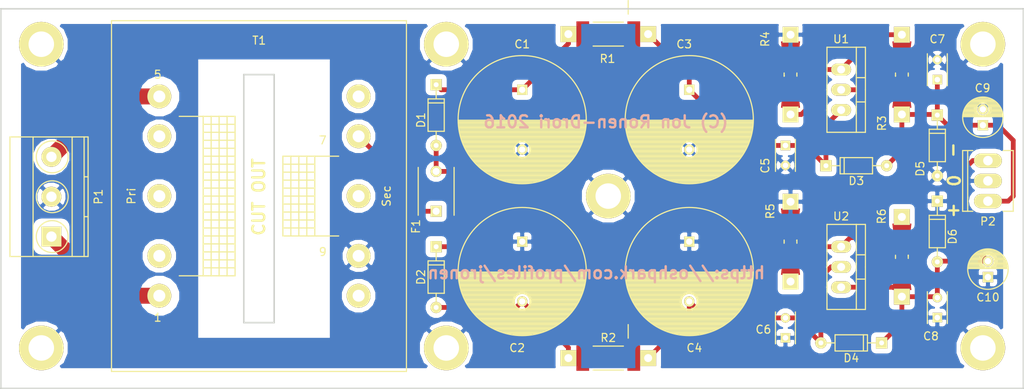
<source format=kicad_pcb>
(kicad_pcb (version 4) (host pcbnew 4.0.4+e1-6308~48~ubuntu16.04.1-stable)

  (general
    (links 68)
    (no_connects 0)
    (area 47.650714 79.813839 196.189286 130.135)
    (thickness 1.6)
    (drawings 14)
    (tracks 89)
    (zones 0)
    (modules 35)
    (nets 14)
  )

  (page A4)
  (layers
    (0 F.Cu signal)
    (31 B.Cu signal)
    (32 B.Adhes user)
    (33 F.Adhes user)
    (34 B.Paste user)
    (35 F.Paste user)
    (36 B.SilkS user)
    (37 F.SilkS user)
    (38 B.Mask user)
    (39 F.Mask user)
    (40 Dwgs.User user)
    (41 Cmts.User user)
    (42 Eco1.User user)
    (43 Eco2.User user)
    (44 Edge.Cuts user)
    (45 Margin user)
    (46 B.CrtYd user)
    (47 F.CrtYd user)
    (48 B.Fab user)
    (49 F.Fab user)
  )

  (setup
    (last_trace_width 0.6)
    (trace_clearance 0.6)
    (zone_clearance 0.508)
    (zone_45_only no)
    (trace_min 0.4)
    (segment_width 0.2)
    (edge_width 0.2)
    (via_size 0.8)
    (via_drill 0.5)
    (via_min_size 0.5)
    (via_min_drill 0.3)
    (uvia_size 0.3)
    (uvia_drill 0.1)
    (uvias_allowed no)
    (uvia_min_size 0.2)
    (uvia_min_drill 0.1)
    (pcb_text_width 0.3)
    (pcb_text_size 1.5 1.5)
    (mod_edge_width 0.15)
    (mod_text_size 1 1)
    (mod_text_width 0.15)
    (pad_size 5.6 5.6)
    (pad_drill 3.2)
    (pad_to_mask_clearance 0.2)
    (aux_axis_origin 0 0)
    (visible_elements FFFFFF7F)
    (pcbplotparams
      (layerselection 0x00030_80000001)
      (usegerberextensions false)
      (excludeedgelayer true)
      (linewidth 0.100000)
      (plotframeref false)
      (viasonmask false)
      (mode 1)
      (useauxorigin false)
      (hpglpennumber 1)
      (hpglpenspeed 20)
      (hpglpendiameter 15)
      (hpglpenoverlay 2)
      (psnegative false)
      (psa4output false)
      (plotreference true)
      (plotvalue true)
      (plotinvisibletext false)
      (padsonsilk false)
      (subtractmaskfromsilk false)
      (outputformat 1)
      (mirror false)
      (drillshape 1)
      (scaleselection 1)
      (outputdirectory ""))
  )

  (net 0 "")
  (net 1 "Net-(C1-Pad1)")
  (net 2 GND)
  (net 3 "Net-(C2-Pad2)")
  (net 4 "Net-(C3-Pad1)")
  (net 5 "Net-(C4-Pad2)")
  (net 6 "Net-(C7-Pad1)")
  (net 7 "Net-(C10-Pad2)")
  (net 8 "Net-(D1-Pad2)")
  (net 9 "Net-(F1-Pad1)")
  (net 10 "Net-(P1-Pad3)")
  (net 11 "Net-(P1-Pad1)")
  (net 12 "Net-(R3-Pad2)")
  (net 13 "Net-(R5-Pad2)")

  (net_class Default "This is the default net class."
    (clearance 0.6)
    (trace_width 0.6)
    (via_dia 0.8)
    (via_drill 0.5)
    (uvia_dia 0.3)
    (uvia_drill 0.1)
    (add_net GND)
    (add_net "Net-(C1-Pad1)")
    (add_net "Net-(C10-Pad2)")
    (add_net "Net-(C2-Pad2)")
    (add_net "Net-(C3-Pad1)")
    (add_net "Net-(C4-Pad2)")
    (add_net "Net-(C7-Pad1)")
    (add_net "Net-(D1-Pad2)")
    (add_net "Net-(F1-Pad1)")
    (add_net "Net-(R3-Pad2)")
    (add_net "Net-(R5-Pad2)")
  )

  (net_class Power ""
    (clearance 1)
    (trace_width 2)
    (via_dia 1)
    (via_drill 0.6)
    (uvia_dia 0.3)
    (uvia_drill 0.1)
    (add_net "Net-(P1-Pad1)")
    (add_net "Net-(P1-Pad3)")
  )

  (module Mounting_Holes:MountingHole_3.2mm_M3_DIN965_Pad (layer F.Cu) (tedit 57DEEA1D) (tstamp 57DEE9B1)
    (at 62.865 124.46)
    (descr "Mounting Hole 3.2mm, M3, DIN965")
    (tags "mounting hole 3.2mm m3 din965")
    (fp_text reference REF** (at 0 -3.8) (layer F.SilkS) hide
      (effects (font (size 1 1) (thickness 0.15)))
    )
    (fp_text value MountingHole_3.2mm_M3_DIN965_Pad (at 0 3.8) (layer F.Fab) hide
      (effects (font (size 1 1) (thickness 0.15)))
    )
    (fp_circle (center 0 0) (end 2.8 0) (layer Cmts.User) (width 0.15))
    (fp_circle (center 0 0) (end 3.05 0) (layer F.CrtYd) (width 0.05))
    (pad 1 thru_hole circle (at 0 0) (size 5.6 5.6) (drill 3.2) (layers *.Cu *.Mask F.SilkS)
      (net 2 GND))
  )

  (module Mounting_Holes:MountingHole_3.2mm_M3_DIN965_Pad (layer F.Cu) (tedit 57DEEA18) (tstamp 57DEE9A7)
    (at 62.865 86.36)
    (descr "Mounting Hole 3.2mm, M3, DIN965")
    (tags "mounting hole 3.2mm m3 din965")
    (fp_text reference REF** (at 0 -3.8) (layer F.SilkS) hide
      (effects (font (size 1 1) (thickness 0.15)))
    )
    (fp_text value MountingHole_3.2mm_M3_DIN965_Pad (at 0 3.8) (layer F.Fab) hide
      (effects (font (size 1 1) (thickness 0.15)))
    )
    (fp_circle (center 0 0) (end 2.8 0) (layer Cmts.User) (width 0.15))
    (fp_circle (center 0 0) (end 3.05 0) (layer F.CrtYd) (width 0.05))
    (pad 1 thru_hole circle (at 0 0) (size 5.6 5.6) (drill 3.2) (layers *.Cu *.Mask F.SilkS)
      (net 2 GND))
  )

  (module Mounting_Holes:MountingHole_3.2mm_M3_DIN965_Pad (layer F.Cu) (tedit 57DEEA01) (tstamp 57DEE996)
    (at 113.665 86.36)
    (descr "Mounting Hole 3.2mm, M3, DIN965")
    (tags "mounting hole 3.2mm m3 din965")
    (fp_text reference REF** (at 0 -3.8) (layer F.SilkS) hide
      (effects (font (size 1 1) (thickness 0.15)))
    )
    (fp_text value MountingHole_3.2mm_M3_DIN965_Pad (at 0 3.8) (layer F.Fab) hide
      (effects (font (size 1 1) (thickness 0.15)))
    )
    (fp_circle (center 0 0) (end 2.8 0) (layer Cmts.User) (width 0.15))
    (fp_circle (center 0 0) (end 3.05 0) (layer F.CrtYd) (width 0.05))
    (pad 1 thru_hole circle (at 0 0) (size 5.6 5.6) (drill 3.2) (layers *.Cu *.Mask F.SilkS)
      (net 2 GND))
  )

  (module Mounting_Holes:MountingHole_3.2mm_M3_DIN965_Pad (layer F.Cu) (tedit 57DEE9E8) (tstamp 57DEE983)
    (at 113.665 124.46)
    (descr "Mounting Hole 3.2mm, M3, DIN965")
    (tags "mounting hole 3.2mm m3 din965")
    (fp_text reference REF** (at 0 -3.8) (layer F.SilkS) hide
      (effects (font (size 1 1) (thickness 0.15)))
    )
    (fp_text value MountingHole_3.2mm_M3_DIN965_Pad (at 0 3.8) (layer F.Fab) hide
      (effects (font (size 1 1) (thickness 0.15)))
    )
    (fp_circle (center 0 0) (end 2.8 0) (layer Cmts.User) (width 0.15))
    (fp_circle (center 0 0) (end 3.05 0) (layer F.CrtYd) (width 0.05))
    (pad 1 thru_hole circle (at 0 0) (size 5.6 5.6) (drill 3.2) (layers *.Cu *.Mask F.SilkS)
      (net 2 GND))
  )

  (module Mounting_Holes:MountingHole_3.2mm_M3_DIN965_Pad (layer F.Cu) (tedit 57DEE9F1) (tstamp 57DEE8C6)
    (at 180.975 124.46)
    (descr "Mounting Hole 3.2mm, M3, DIN965")
    (tags "mounting hole 3.2mm m3 din965")
    (fp_text reference REF** (at 0 -3.8) (layer F.SilkS) hide
      (effects (font (size 1 1) (thickness 0.15)))
    )
    (fp_text value MountingHole_3.2mm_M3_DIN965_Pad (at 0 3.8) (layer F.Fab) hide
      (effects (font (size 1 1) (thickness 0.15)))
    )
    (fp_circle (center 0 0) (end 2.8 0) (layer Cmts.User) (width 0.15))
    (fp_circle (center 0 0) (end 3.05 0) (layer F.CrtYd) (width 0.05))
    (pad 1 thru_hole circle (at 0 0) (size 5.6 5.6) (drill 3.2) (layers *.Cu *.Mask F.SilkS)
      (net 2 GND))
  )

  (module Mounting_Holes:MountingHole_3.2mm_M3_DIN965_Pad (layer F.Cu) (tedit 57DEE9FC) (tstamp 57DEE8B5)
    (at 180.975 86.36)
    (descr "Mounting Hole 3.2mm, M3, DIN965")
    (tags "mounting hole 3.2mm m3 din965")
    (fp_text reference REF** (at 0 -3.8) (layer F.SilkS) hide
      (effects (font (size 1 1) (thickness 0.15)))
    )
    (fp_text value MountingHole_3.2mm_M3_DIN965_Pad (at 0 3.8) (layer F.Fab) hide
      (effects (font (size 1 1) (thickness 0.15)))
    )
    (fp_circle (center 0 0) (end 2.8 0) (layer Cmts.User) (width 0.15))
    (fp_circle (center 0 0) (end 3.05 0) (layer F.CrtYd) (width 0.05))
    (pad 1 thru_hole circle (at 0 0) (size 5.6 5.6) (drill 3.2) (layers *.Cu *.Mask F.SilkS)
      (net 2 GND))
  )

  (module Capacitors_ThroughHole:C_Radial_D16_L30_P7.5 (layer F.Cu) (tedit 57E18652) (tstamp 57DD982D)
    (at 123.19 92.075 270)
    (descr "Radial Electrolytic Capacitor Diameter 16mm x Length 25mm, Pitch 7.5mm")
    (tags "Electrolytic Capacitor")
    (path /57D47594)
    (fp_text reference C1 (at -5.715 0 360) (layer F.SilkS)
      (effects (font (size 1 1) (thickness 0.15)))
    )
    (fp_text value 2200uF (at 0.9144 -9.2456 270) (layer F.Fab)
      (effects (font (size 1 1) (thickness 0.15)))
    )
    (fp_line (start 3.825 -8) (end 3.825 8) (layer F.SilkS) (width 0.15))
    (fp_line (start 3.965 -7.997) (end 3.965 7.997) (layer F.SilkS) (width 0.15))
    (fp_line (start 4.105 -7.992) (end 4.105 7.992) (layer F.SilkS) (width 0.15))
    (fp_line (start 4.245 -7.985) (end 4.245 7.985) (layer F.SilkS) (width 0.15))
    (fp_line (start 4.385 -7.975) (end 4.385 7.975) (layer F.SilkS) (width 0.15))
    (fp_line (start 4.525 -7.962) (end 4.525 7.962) (layer F.SilkS) (width 0.15))
    (fp_line (start 4.665 -7.948) (end 4.665 7.948) (layer F.SilkS) (width 0.15))
    (fp_line (start 4.805 -7.93) (end 4.805 7.93) (layer F.SilkS) (width 0.15))
    (fp_line (start 4.945 -7.91) (end 4.945 7.91) (layer F.SilkS) (width 0.15))
    (fp_line (start 5.085 -7.888) (end 5.085 7.888) (layer F.SilkS) (width 0.15))
    (fp_line (start 5.225 -7.863) (end 5.225 7.863) (layer F.SilkS) (width 0.15))
    (fp_line (start 5.365 -7.835) (end 5.365 7.835) (layer F.SilkS) (width 0.15))
    (fp_line (start 5.505 -7.805) (end 5.505 7.805) (layer F.SilkS) (width 0.15))
    (fp_line (start 5.645 -7.772) (end 5.645 7.772) (layer F.SilkS) (width 0.15))
    (fp_line (start 5.785 -7.737) (end 5.785 7.737) (layer F.SilkS) (width 0.15))
    (fp_line (start 5.925 -7.699) (end 5.925 7.699) (layer F.SilkS) (width 0.15))
    (fp_line (start 6.065 -7.658) (end 6.065 7.658) (layer F.SilkS) (width 0.15))
    (fp_line (start 6.205 -7.614) (end 6.205 7.614) (layer F.SilkS) (width 0.15))
    (fp_line (start 6.345 -7.567) (end 6.345 7.567) (layer F.SilkS) (width 0.15))
    (fp_line (start 6.485 -7.518) (end 6.485 7.518) (layer F.SilkS) (width 0.15))
    (fp_line (start 6.625 -7.466) (end 6.625 -0.484) (layer F.SilkS) (width 0.15))
    (fp_line (start 6.625 0.484) (end 6.625 7.466) (layer F.SilkS) (width 0.15))
    (fp_line (start 6.765 -7.41) (end 6.765 -0.678) (layer F.SilkS) (width 0.15))
    (fp_line (start 6.765 0.678) (end 6.765 7.41) (layer F.SilkS) (width 0.15))
    (fp_line (start 6.905 -7.352) (end 6.905 -0.804) (layer F.SilkS) (width 0.15))
    (fp_line (start 6.905 0.804) (end 6.905 7.352) (layer F.SilkS) (width 0.15))
    (fp_line (start 7.045 -7.29) (end 7.045 -0.89) (layer F.SilkS) (width 0.15))
    (fp_line (start 7.045 0.89) (end 7.045 7.29) (layer F.SilkS) (width 0.15))
    (fp_line (start 7.185 -7.225) (end 7.185 -0.949) (layer F.SilkS) (width 0.15))
    (fp_line (start 7.185 0.949) (end 7.185 7.225) (layer F.SilkS) (width 0.15))
    (fp_line (start 7.325 -7.157) (end 7.325 -0.985) (layer F.SilkS) (width 0.15))
    (fp_line (start 7.325 0.985) (end 7.325 7.157) (layer F.SilkS) (width 0.15))
    (fp_line (start 7.465 -7.085) (end 7.465 -0.999) (layer F.SilkS) (width 0.15))
    (fp_line (start 7.465 0.999) (end 7.465 7.085) (layer F.SilkS) (width 0.15))
    (fp_line (start 7.605 -7.01) (end 7.605 -0.994) (layer F.SilkS) (width 0.15))
    (fp_line (start 7.605 0.994) (end 7.605 7.01) (layer F.SilkS) (width 0.15))
    (fp_line (start 7.745 -6.931) (end 7.745 -0.97) (layer F.SilkS) (width 0.15))
    (fp_line (start 7.745 0.97) (end 7.745 6.931) (layer F.SilkS) (width 0.15))
    (fp_line (start 7.885 -6.848) (end 7.885 -0.923) (layer F.SilkS) (width 0.15))
    (fp_line (start 7.885 0.923) (end 7.885 6.848) (layer F.SilkS) (width 0.15))
    (fp_line (start 8.025 -6.762) (end 8.025 -0.851) (layer F.SilkS) (width 0.15))
    (fp_line (start 8.025 0.851) (end 8.025 6.762) (layer F.SilkS) (width 0.15))
    (fp_line (start 8.165 -6.671) (end 8.165 -0.747) (layer F.SilkS) (width 0.15))
    (fp_line (start 8.165 0.747) (end 8.165 6.671) (layer F.SilkS) (width 0.15))
    (fp_line (start 8.305 -6.577) (end 8.305 -0.593) (layer F.SilkS) (width 0.15))
    (fp_line (start 8.305 0.593) (end 8.305 6.577) (layer F.SilkS) (width 0.15))
    (fp_line (start 8.445 -6.477) (end 8.445 -0.327) (layer F.SilkS) (width 0.15))
    (fp_line (start 8.445 0.327) (end 8.445 6.477) (layer F.SilkS) (width 0.15))
    (fp_line (start 8.585 -6.374) (end 8.585 6.374) (layer F.SilkS) (width 0.15))
    (fp_line (start 8.725 -6.265) (end 8.725 6.265) (layer F.SilkS) (width 0.15))
    (fp_line (start 8.865 -6.151) (end 8.865 6.151) (layer F.SilkS) (width 0.15))
    (fp_line (start 9.005 -6.032) (end 9.005 6.032) (layer F.SilkS) (width 0.15))
    (fp_line (start 9.145 -5.907) (end 9.145 5.907) (layer F.SilkS) (width 0.15))
    (fp_line (start 9.285 -5.776) (end 9.285 5.776) (layer F.SilkS) (width 0.15))
    (fp_line (start 9.425 -5.639) (end 9.425 5.639) (layer F.SilkS) (width 0.15))
    (fp_line (start 9.565 -5.494) (end 9.565 5.494) (layer F.SilkS) (width 0.15))
    (fp_line (start 9.705 -5.342) (end 9.705 5.342) (layer F.SilkS) (width 0.15))
    (fp_line (start 9.845 -5.182) (end 9.845 5.182) (layer F.SilkS) (width 0.15))
    (fp_line (start 9.985 -5.012) (end 9.985 5.012) (layer F.SilkS) (width 0.15))
    (fp_line (start 10.125 -4.833) (end 10.125 4.833) (layer F.SilkS) (width 0.15))
    (fp_line (start 10.265 -4.643) (end 10.265 4.643) (layer F.SilkS) (width 0.15))
    (fp_line (start 10.405 -4.44) (end 10.405 4.44) (layer F.SilkS) (width 0.15))
    (fp_line (start 10.545 -4.222) (end 10.545 4.222) (layer F.SilkS) (width 0.15))
    (fp_line (start 10.685 -3.988) (end 10.685 3.988) (layer F.SilkS) (width 0.15))
    (fp_line (start 10.825 -3.734) (end 10.825 3.734) (layer F.SilkS) (width 0.15))
    (fp_line (start 10.965 -3.456) (end 10.965 3.456) (layer F.SilkS) (width 0.15))
    (fp_line (start 11.105 -3.147) (end 11.105 3.147) (layer F.SilkS) (width 0.15))
    (fp_line (start 11.245 -2.797) (end 11.245 2.797) (layer F.SilkS) (width 0.15))
    (fp_line (start 11.385 -2.389) (end 11.385 2.389) (layer F.SilkS) (width 0.15))
    (fp_line (start 11.525 -1.884) (end 11.525 1.884) (layer F.SilkS) (width 0.15))
    (fp_line (start 11.665 -1.163) (end 11.665 1.163) (layer F.SilkS) (width 0.15))
    (fp_circle (center 7.5 0) (end 7.5 -1) (layer F.SilkS) (width 0.15))
    (fp_circle (center 3.75 0) (end 3.75 -8.0375) (layer F.SilkS) (width 0.15))
    (fp_circle (center 3.75 0) (end 3.75 -8.3) (layer F.CrtYd) (width 0.05))
    (pad 1 thru_hole rect (at 0 0 270) (size 1.3 1.3) (drill 0.8) (layers *.Cu *.Mask F.SilkS)
      (net 1 "Net-(C1-Pad1)"))
    (pad 2 thru_hole circle (at 7.5 0 270) (size 1.3 1.3) (drill 0.8) (layers *.Cu *.Mask F.SilkS)
      (net 2 GND))
    (model Capacitors_ThroughHole.3dshapes/C_Radial_D16_L30_P7.5.wrl
      (at (xyz 0.147638 0 0))
      (scale (xyz 1 1 1))
      (rotate (xyz 0 0 90))
    )
  )

  (module Capacitors_ThroughHole:C_Radial_D16_L30_P7.5 (layer F.Cu) (tedit 57E18656) (tstamp 57DD987D)
    (at 123.19 111.125 270)
    (descr "Radial Electrolytic Capacitor Diameter 16mm x Length 25mm, Pitch 7.5mm")
    (tags "Electrolytic Capacitor")
    (path /57D475D0)
    (fp_text reference C2 (at 13.335 0.635 360) (layer F.SilkS)
      (effects (font (size 1 1) (thickness 0.15)))
    )
    (fp_text value 2200uF (at 2.4257 -9.4742 270) (layer F.Fab)
      (effects (font (size 1 1) (thickness 0.15)))
    )
    (fp_line (start 3.825 -8) (end 3.825 8) (layer F.SilkS) (width 0.15))
    (fp_line (start 3.965 -7.997) (end 3.965 7.997) (layer F.SilkS) (width 0.15))
    (fp_line (start 4.105 -7.992) (end 4.105 7.992) (layer F.SilkS) (width 0.15))
    (fp_line (start 4.245 -7.985) (end 4.245 7.985) (layer F.SilkS) (width 0.15))
    (fp_line (start 4.385 -7.975) (end 4.385 7.975) (layer F.SilkS) (width 0.15))
    (fp_line (start 4.525 -7.962) (end 4.525 7.962) (layer F.SilkS) (width 0.15))
    (fp_line (start 4.665 -7.948) (end 4.665 7.948) (layer F.SilkS) (width 0.15))
    (fp_line (start 4.805 -7.93) (end 4.805 7.93) (layer F.SilkS) (width 0.15))
    (fp_line (start 4.945 -7.91) (end 4.945 7.91) (layer F.SilkS) (width 0.15))
    (fp_line (start 5.085 -7.888) (end 5.085 7.888) (layer F.SilkS) (width 0.15))
    (fp_line (start 5.225 -7.863) (end 5.225 7.863) (layer F.SilkS) (width 0.15))
    (fp_line (start 5.365 -7.835) (end 5.365 7.835) (layer F.SilkS) (width 0.15))
    (fp_line (start 5.505 -7.805) (end 5.505 7.805) (layer F.SilkS) (width 0.15))
    (fp_line (start 5.645 -7.772) (end 5.645 7.772) (layer F.SilkS) (width 0.15))
    (fp_line (start 5.785 -7.737) (end 5.785 7.737) (layer F.SilkS) (width 0.15))
    (fp_line (start 5.925 -7.699) (end 5.925 7.699) (layer F.SilkS) (width 0.15))
    (fp_line (start 6.065 -7.658) (end 6.065 7.658) (layer F.SilkS) (width 0.15))
    (fp_line (start 6.205 -7.614) (end 6.205 7.614) (layer F.SilkS) (width 0.15))
    (fp_line (start 6.345 -7.567) (end 6.345 7.567) (layer F.SilkS) (width 0.15))
    (fp_line (start 6.485 -7.518) (end 6.485 7.518) (layer F.SilkS) (width 0.15))
    (fp_line (start 6.625 -7.466) (end 6.625 -0.484) (layer F.SilkS) (width 0.15))
    (fp_line (start 6.625 0.484) (end 6.625 7.466) (layer F.SilkS) (width 0.15))
    (fp_line (start 6.765 -7.41) (end 6.765 -0.678) (layer F.SilkS) (width 0.15))
    (fp_line (start 6.765 0.678) (end 6.765 7.41) (layer F.SilkS) (width 0.15))
    (fp_line (start 6.905 -7.352) (end 6.905 -0.804) (layer F.SilkS) (width 0.15))
    (fp_line (start 6.905 0.804) (end 6.905 7.352) (layer F.SilkS) (width 0.15))
    (fp_line (start 7.045 -7.29) (end 7.045 -0.89) (layer F.SilkS) (width 0.15))
    (fp_line (start 7.045 0.89) (end 7.045 7.29) (layer F.SilkS) (width 0.15))
    (fp_line (start 7.185 -7.225) (end 7.185 -0.949) (layer F.SilkS) (width 0.15))
    (fp_line (start 7.185 0.949) (end 7.185 7.225) (layer F.SilkS) (width 0.15))
    (fp_line (start 7.325 -7.157) (end 7.325 -0.985) (layer F.SilkS) (width 0.15))
    (fp_line (start 7.325 0.985) (end 7.325 7.157) (layer F.SilkS) (width 0.15))
    (fp_line (start 7.465 -7.085) (end 7.465 -0.999) (layer F.SilkS) (width 0.15))
    (fp_line (start 7.465 0.999) (end 7.465 7.085) (layer F.SilkS) (width 0.15))
    (fp_line (start 7.605 -7.01) (end 7.605 -0.994) (layer F.SilkS) (width 0.15))
    (fp_line (start 7.605 0.994) (end 7.605 7.01) (layer F.SilkS) (width 0.15))
    (fp_line (start 7.745 -6.931) (end 7.745 -0.97) (layer F.SilkS) (width 0.15))
    (fp_line (start 7.745 0.97) (end 7.745 6.931) (layer F.SilkS) (width 0.15))
    (fp_line (start 7.885 -6.848) (end 7.885 -0.923) (layer F.SilkS) (width 0.15))
    (fp_line (start 7.885 0.923) (end 7.885 6.848) (layer F.SilkS) (width 0.15))
    (fp_line (start 8.025 -6.762) (end 8.025 -0.851) (layer F.SilkS) (width 0.15))
    (fp_line (start 8.025 0.851) (end 8.025 6.762) (layer F.SilkS) (width 0.15))
    (fp_line (start 8.165 -6.671) (end 8.165 -0.747) (layer F.SilkS) (width 0.15))
    (fp_line (start 8.165 0.747) (end 8.165 6.671) (layer F.SilkS) (width 0.15))
    (fp_line (start 8.305 -6.577) (end 8.305 -0.593) (layer F.SilkS) (width 0.15))
    (fp_line (start 8.305 0.593) (end 8.305 6.577) (layer F.SilkS) (width 0.15))
    (fp_line (start 8.445 -6.477) (end 8.445 -0.327) (layer F.SilkS) (width 0.15))
    (fp_line (start 8.445 0.327) (end 8.445 6.477) (layer F.SilkS) (width 0.15))
    (fp_line (start 8.585 -6.374) (end 8.585 6.374) (layer F.SilkS) (width 0.15))
    (fp_line (start 8.725 -6.265) (end 8.725 6.265) (layer F.SilkS) (width 0.15))
    (fp_line (start 8.865 -6.151) (end 8.865 6.151) (layer F.SilkS) (width 0.15))
    (fp_line (start 9.005 -6.032) (end 9.005 6.032) (layer F.SilkS) (width 0.15))
    (fp_line (start 9.145 -5.907) (end 9.145 5.907) (layer F.SilkS) (width 0.15))
    (fp_line (start 9.285 -5.776) (end 9.285 5.776) (layer F.SilkS) (width 0.15))
    (fp_line (start 9.425 -5.639) (end 9.425 5.639) (layer F.SilkS) (width 0.15))
    (fp_line (start 9.565 -5.494) (end 9.565 5.494) (layer F.SilkS) (width 0.15))
    (fp_line (start 9.705 -5.342) (end 9.705 5.342) (layer F.SilkS) (width 0.15))
    (fp_line (start 9.845 -5.182) (end 9.845 5.182) (layer F.SilkS) (width 0.15))
    (fp_line (start 9.985 -5.012) (end 9.985 5.012) (layer F.SilkS) (width 0.15))
    (fp_line (start 10.125 -4.833) (end 10.125 4.833) (layer F.SilkS) (width 0.15))
    (fp_line (start 10.265 -4.643) (end 10.265 4.643) (layer F.SilkS) (width 0.15))
    (fp_line (start 10.405 -4.44) (end 10.405 4.44) (layer F.SilkS) (width 0.15))
    (fp_line (start 10.545 -4.222) (end 10.545 4.222) (layer F.SilkS) (width 0.15))
    (fp_line (start 10.685 -3.988) (end 10.685 3.988) (layer F.SilkS) (width 0.15))
    (fp_line (start 10.825 -3.734) (end 10.825 3.734) (layer F.SilkS) (width 0.15))
    (fp_line (start 10.965 -3.456) (end 10.965 3.456) (layer F.SilkS) (width 0.15))
    (fp_line (start 11.105 -3.147) (end 11.105 3.147) (layer F.SilkS) (width 0.15))
    (fp_line (start 11.245 -2.797) (end 11.245 2.797) (layer F.SilkS) (width 0.15))
    (fp_line (start 11.385 -2.389) (end 11.385 2.389) (layer F.SilkS) (width 0.15))
    (fp_line (start 11.525 -1.884) (end 11.525 1.884) (layer F.SilkS) (width 0.15))
    (fp_line (start 11.665 -1.163) (end 11.665 1.163) (layer F.SilkS) (width 0.15))
    (fp_circle (center 7.5 0) (end 7.5 -1) (layer F.SilkS) (width 0.15))
    (fp_circle (center 3.75 0) (end 3.75 -8.0375) (layer F.SilkS) (width 0.15))
    (fp_circle (center 3.75 0) (end 3.75 -8.3) (layer F.CrtYd) (width 0.05))
    (pad 1 thru_hole rect (at 0 0 270) (size 1.3 1.3) (drill 0.8) (layers *.Cu *.Mask F.SilkS)
      (net 2 GND))
    (pad 2 thru_hole circle (at 7.5 0 270) (size 1.3 1.3) (drill 0.8) (layers *.Cu *.Mask F.SilkS)
      (net 3 "Net-(C2-Pad2)"))
    (model Capacitors_ThroughHole.3dshapes/C_Radial_D16_L30_P7.5.wrl
      (at (xyz 0.147638 0 0))
      (scale (xyz 1 1 1))
      (rotate (xyz 0 0 90))
    )
  )

  (module Capacitors_ThroughHole:C_Radial_D16_L30_P7.5 (layer F.Cu) (tedit 57DEEBC1) (tstamp 57DD98CD)
    (at 144.145 92.075 270)
    (descr "Radial Electrolytic Capacitor Diameter 16mm x Length 25mm, Pitch 7.5mm")
    (tags "Electrolytic Capacitor")
    (path /57D4774F)
    (fp_text reference C3 (at -5.715 0.635 360) (layer F.SilkS)
      (effects (font (size 1 1) (thickness 0.15)))
    )
    (fp_text value 2200uF (at 3.75 9.3 270) (layer F.Fab)
      (effects (font (size 1 1) (thickness 0.15)))
    )
    (fp_line (start 3.825 -8) (end 3.825 8) (layer F.SilkS) (width 0.15))
    (fp_line (start 3.965 -7.997) (end 3.965 7.997) (layer F.SilkS) (width 0.15))
    (fp_line (start 4.105 -7.992) (end 4.105 7.992) (layer F.SilkS) (width 0.15))
    (fp_line (start 4.245 -7.985) (end 4.245 7.985) (layer F.SilkS) (width 0.15))
    (fp_line (start 4.385 -7.975) (end 4.385 7.975) (layer F.SilkS) (width 0.15))
    (fp_line (start 4.525 -7.962) (end 4.525 7.962) (layer F.SilkS) (width 0.15))
    (fp_line (start 4.665 -7.948) (end 4.665 7.948) (layer F.SilkS) (width 0.15))
    (fp_line (start 4.805 -7.93) (end 4.805 7.93) (layer F.SilkS) (width 0.15))
    (fp_line (start 4.945 -7.91) (end 4.945 7.91) (layer F.SilkS) (width 0.15))
    (fp_line (start 5.085 -7.888) (end 5.085 7.888) (layer F.SilkS) (width 0.15))
    (fp_line (start 5.225 -7.863) (end 5.225 7.863) (layer F.SilkS) (width 0.15))
    (fp_line (start 5.365 -7.835) (end 5.365 7.835) (layer F.SilkS) (width 0.15))
    (fp_line (start 5.505 -7.805) (end 5.505 7.805) (layer F.SilkS) (width 0.15))
    (fp_line (start 5.645 -7.772) (end 5.645 7.772) (layer F.SilkS) (width 0.15))
    (fp_line (start 5.785 -7.737) (end 5.785 7.737) (layer F.SilkS) (width 0.15))
    (fp_line (start 5.925 -7.699) (end 5.925 7.699) (layer F.SilkS) (width 0.15))
    (fp_line (start 6.065 -7.658) (end 6.065 7.658) (layer F.SilkS) (width 0.15))
    (fp_line (start 6.205 -7.614) (end 6.205 7.614) (layer F.SilkS) (width 0.15))
    (fp_line (start 6.345 -7.567) (end 6.345 7.567) (layer F.SilkS) (width 0.15))
    (fp_line (start 6.485 -7.518) (end 6.485 7.518) (layer F.SilkS) (width 0.15))
    (fp_line (start 6.625 -7.466) (end 6.625 -0.484) (layer F.SilkS) (width 0.15))
    (fp_line (start 6.625 0.484) (end 6.625 7.466) (layer F.SilkS) (width 0.15))
    (fp_line (start 6.765 -7.41) (end 6.765 -0.678) (layer F.SilkS) (width 0.15))
    (fp_line (start 6.765 0.678) (end 6.765 7.41) (layer F.SilkS) (width 0.15))
    (fp_line (start 6.905 -7.352) (end 6.905 -0.804) (layer F.SilkS) (width 0.15))
    (fp_line (start 6.905 0.804) (end 6.905 7.352) (layer F.SilkS) (width 0.15))
    (fp_line (start 7.045 -7.29) (end 7.045 -0.89) (layer F.SilkS) (width 0.15))
    (fp_line (start 7.045 0.89) (end 7.045 7.29) (layer F.SilkS) (width 0.15))
    (fp_line (start 7.185 -7.225) (end 7.185 -0.949) (layer F.SilkS) (width 0.15))
    (fp_line (start 7.185 0.949) (end 7.185 7.225) (layer F.SilkS) (width 0.15))
    (fp_line (start 7.325 -7.157) (end 7.325 -0.985) (layer F.SilkS) (width 0.15))
    (fp_line (start 7.325 0.985) (end 7.325 7.157) (layer F.SilkS) (width 0.15))
    (fp_line (start 7.465 -7.085) (end 7.465 -0.999) (layer F.SilkS) (width 0.15))
    (fp_line (start 7.465 0.999) (end 7.465 7.085) (layer F.SilkS) (width 0.15))
    (fp_line (start 7.605 -7.01) (end 7.605 -0.994) (layer F.SilkS) (width 0.15))
    (fp_line (start 7.605 0.994) (end 7.605 7.01) (layer F.SilkS) (width 0.15))
    (fp_line (start 7.745 -6.931) (end 7.745 -0.97) (layer F.SilkS) (width 0.15))
    (fp_line (start 7.745 0.97) (end 7.745 6.931) (layer F.SilkS) (width 0.15))
    (fp_line (start 7.885 -6.848) (end 7.885 -0.923) (layer F.SilkS) (width 0.15))
    (fp_line (start 7.885 0.923) (end 7.885 6.848) (layer F.SilkS) (width 0.15))
    (fp_line (start 8.025 -6.762) (end 8.025 -0.851) (layer F.SilkS) (width 0.15))
    (fp_line (start 8.025 0.851) (end 8.025 6.762) (layer F.SilkS) (width 0.15))
    (fp_line (start 8.165 -6.671) (end 8.165 -0.747) (layer F.SilkS) (width 0.15))
    (fp_line (start 8.165 0.747) (end 8.165 6.671) (layer F.SilkS) (width 0.15))
    (fp_line (start 8.305 -6.577) (end 8.305 -0.593) (layer F.SilkS) (width 0.15))
    (fp_line (start 8.305 0.593) (end 8.305 6.577) (layer F.SilkS) (width 0.15))
    (fp_line (start 8.445 -6.477) (end 8.445 -0.327) (layer F.SilkS) (width 0.15))
    (fp_line (start 8.445 0.327) (end 8.445 6.477) (layer F.SilkS) (width 0.15))
    (fp_line (start 8.585 -6.374) (end 8.585 6.374) (layer F.SilkS) (width 0.15))
    (fp_line (start 8.725 -6.265) (end 8.725 6.265) (layer F.SilkS) (width 0.15))
    (fp_line (start 8.865 -6.151) (end 8.865 6.151) (layer F.SilkS) (width 0.15))
    (fp_line (start 9.005 -6.032) (end 9.005 6.032) (layer F.SilkS) (width 0.15))
    (fp_line (start 9.145 -5.907) (end 9.145 5.907) (layer F.SilkS) (width 0.15))
    (fp_line (start 9.285 -5.776) (end 9.285 5.776) (layer F.SilkS) (width 0.15))
    (fp_line (start 9.425 -5.639) (end 9.425 5.639) (layer F.SilkS) (width 0.15))
    (fp_line (start 9.565 -5.494) (end 9.565 5.494) (layer F.SilkS) (width 0.15))
    (fp_line (start 9.705 -5.342) (end 9.705 5.342) (layer F.SilkS) (width 0.15))
    (fp_line (start 9.845 -5.182) (end 9.845 5.182) (layer F.SilkS) (width 0.15))
    (fp_line (start 9.985 -5.012) (end 9.985 5.012) (layer F.SilkS) (width 0.15))
    (fp_line (start 10.125 -4.833) (end 10.125 4.833) (layer F.SilkS) (width 0.15))
    (fp_line (start 10.265 -4.643) (end 10.265 4.643) (layer F.SilkS) (width 0.15))
    (fp_line (start 10.405 -4.44) (end 10.405 4.44) (layer F.SilkS) (width 0.15))
    (fp_line (start 10.545 -4.222) (end 10.545 4.222) (layer F.SilkS) (width 0.15))
    (fp_line (start 10.685 -3.988) (end 10.685 3.988) (layer F.SilkS) (width 0.15))
    (fp_line (start 10.825 -3.734) (end 10.825 3.734) (layer F.SilkS) (width 0.15))
    (fp_line (start 10.965 -3.456) (end 10.965 3.456) (layer F.SilkS) (width 0.15))
    (fp_line (start 11.105 -3.147) (end 11.105 3.147) (layer F.SilkS) (width 0.15))
    (fp_line (start 11.245 -2.797) (end 11.245 2.797) (layer F.SilkS) (width 0.15))
    (fp_line (start 11.385 -2.389) (end 11.385 2.389) (layer F.SilkS) (width 0.15))
    (fp_line (start 11.525 -1.884) (end 11.525 1.884) (layer F.SilkS) (width 0.15))
    (fp_line (start 11.665 -1.163) (end 11.665 1.163) (layer F.SilkS) (width 0.15))
    (fp_circle (center 7.5 0) (end 7.5 -1) (layer F.SilkS) (width 0.15))
    (fp_circle (center 3.75 0) (end 3.75 -8.0375) (layer F.SilkS) (width 0.15))
    (fp_circle (center 3.75 0) (end 3.75 -8.3) (layer F.CrtYd) (width 0.05))
    (pad 1 thru_hole rect (at 0 0 270) (size 1.3 1.3) (drill 0.8) (layers *.Cu *.Mask F.SilkS)
      (net 4 "Net-(C3-Pad1)"))
    (pad 2 thru_hole circle (at 7.5 0 270) (size 1.3 1.3) (drill 0.8) (layers *.Cu *.Mask F.SilkS)
      (net 2 GND))
    (model Capacitors_ThroughHole.3dshapes/C_Radial_D16_L30_P7.5.wrl
      (at (xyz 0.147638 0 0))
      (scale (xyz 1 1 1))
      (rotate (xyz 0 0 90))
    )
  )

  (module Capacitors_ThroughHole:C_Radial_D16_L30_P7.5 (layer F.Cu) (tedit 57DEEBD5) (tstamp 57DD991D)
    (at 144.145 111.125 270)
    (descr "Radial Electrolytic Capacitor Diameter 16mm x Length 25mm, Pitch 7.5mm")
    (tags "Electrolytic Capacitor")
    (path /57D47683)
    (fp_text reference C4 (at 13.335 -0.635 360) (layer F.SilkS)
      (effects (font (size 1 1) (thickness 0.15)))
    )
    (fp_text value 2200uF (at 3.75 9.3 270) (layer F.Fab)
      (effects (font (size 1 1) (thickness 0.15)))
    )
    (fp_line (start 3.825 -8) (end 3.825 8) (layer F.SilkS) (width 0.15))
    (fp_line (start 3.965 -7.997) (end 3.965 7.997) (layer F.SilkS) (width 0.15))
    (fp_line (start 4.105 -7.992) (end 4.105 7.992) (layer F.SilkS) (width 0.15))
    (fp_line (start 4.245 -7.985) (end 4.245 7.985) (layer F.SilkS) (width 0.15))
    (fp_line (start 4.385 -7.975) (end 4.385 7.975) (layer F.SilkS) (width 0.15))
    (fp_line (start 4.525 -7.962) (end 4.525 7.962) (layer F.SilkS) (width 0.15))
    (fp_line (start 4.665 -7.948) (end 4.665 7.948) (layer F.SilkS) (width 0.15))
    (fp_line (start 4.805 -7.93) (end 4.805 7.93) (layer F.SilkS) (width 0.15))
    (fp_line (start 4.945 -7.91) (end 4.945 7.91) (layer F.SilkS) (width 0.15))
    (fp_line (start 5.085 -7.888) (end 5.085 7.888) (layer F.SilkS) (width 0.15))
    (fp_line (start 5.225 -7.863) (end 5.225 7.863) (layer F.SilkS) (width 0.15))
    (fp_line (start 5.365 -7.835) (end 5.365 7.835) (layer F.SilkS) (width 0.15))
    (fp_line (start 5.505 -7.805) (end 5.505 7.805) (layer F.SilkS) (width 0.15))
    (fp_line (start 5.645 -7.772) (end 5.645 7.772) (layer F.SilkS) (width 0.15))
    (fp_line (start 5.785 -7.737) (end 5.785 7.737) (layer F.SilkS) (width 0.15))
    (fp_line (start 5.925 -7.699) (end 5.925 7.699) (layer F.SilkS) (width 0.15))
    (fp_line (start 6.065 -7.658) (end 6.065 7.658) (layer F.SilkS) (width 0.15))
    (fp_line (start 6.205 -7.614) (end 6.205 7.614) (layer F.SilkS) (width 0.15))
    (fp_line (start 6.345 -7.567) (end 6.345 7.567) (layer F.SilkS) (width 0.15))
    (fp_line (start 6.485 -7.518) (end 6.485 7.518) (layer F.SilkS) (width 0.15))
    (fp_line (start 6.625 -7.466) (end 6.625 -0.484) (layer F.SilkS) (width 0.15))
    (fp_line (start 6.625 0.484) (end 6.625 7.466) (layer F.SilkS) (width 0.15))
    (fp_line (start 6.765 -7.41) (end 6.765 -0.678) (layer F.SilkS) (width 0.15))
    (fp_line (start 6.765 0.678) (end 6.765 7.41) (layer F.SilkS) (width 0.15))
    (fp_line (start 6.905 -7.352) (end 6.905 -0.804) (layer F.SilkS) (width 0.15))
    (fp_line (start 6.905 0.804) (end 6.905 7.352) (layer F.SilkS) (width 0.15))
    (fp_line (start 7.045 -7.29) (end 7.045 -0.89) (layer F.SilkS) (width 0.15))
    (fp_line (start 7.045 0.89) (end 7.045 7.29) (layer F.SilkS) (width 0.15))
    (fp_line (start 7.185 -7.225) (end 7.185 -0.949) (layer F.SilkS) (width 0.15))
    (fp_line (start 7.185 0.949) (end 7.185 7.225) (layer F.SilkS) (width 0.15))
    (fp_line (start 7.325 -7.157) (end 7.325 -0.985) (layer F.SilkS) (width 0.15))
    (fp_line (start 7.325 0.985) (end 7.325 7.157) (layer F.SilkS) (width 0.15))
    (fp_line (start 7.465 -7.085) (end 7.465 -0.999) (layer F.SilkS) (width 0.15))
    (fp_line (start 7.465 0.999) (end 7.465 7.085) (layer F.SilkS) (width 0.15))
    (fp_line (start 7.605 -7.01) (end 7.605 -0.994) (layer F.SilkS) (width 0.15))
    (fp_line (start 7.605 0.994) (end 7.605 7.01) (layer F.SilkS) (width 0.15))
    (fp_line (start 7.745 -6.931) (end 7.745 -0.97) (layer F.SilkS) (width 0.15))
    (fp_line (start 7.745 0.97) (end 7.745 6.931) (layer F.SilkS) (width 0.15))
    (fp_line (start 7.885 -6.848) (end 7.885 -0.923) (layer F.SilkS) (width 0.15))
    (fp_line (start 7.885 0.923) (end 7.885 6.848) (layer F.SilkS) (width 0.15))
    (fp_line (start 8.025 -6.762) (end 8.025 -0.851) (layer F.SilkS) (width 0.15))
    (fp_line (start 8.025 0.851) (end 8.025 6.762) (layer F.SilkS) (width 0.15))
    (fp_line (start 8.165 -6.671) (end 8.165 -0.747) (layer F.SilkS) (width 0.15))
    (fp_line (start 8.165 0.747) (end 8.165 6.671) (layer F.SilkS) (width 0.15))
    (fp_line (start 8.305 -6.577) (end 8.305 -0.593) (layer F.SilkS) (width 0.15))
    (fp_line (start 8.305 0.593) (end 8.305 6.577) (layer F.SilkS) (width 0.15))
    (fp_line (start 8.445 -6.477) (end 8.445 -0.327) (layer F.SilkS) (width 0.15))
    (fp_line (start 8.445 0.327) (end 8.445 6.477) (layer F.SilkS) (width 0.15))
    (fp_line (start 8.585 -6.374) (end 8.585 6.374) (layer F.SilkS) (width 0.15))
    (fp_line (start 8.725 -6.265) (end 8.725 6.265) (layer F.SilkS) (width 0.15))
    (fp_line (start 8.865 -6.151) (end 8.865 6.151) (layer F.SilkS) (width 0.15))
    (fp_line (start 9.005 -6.032) (end 9.005 6.032) (layer F.SilkS) (width 0.15))
    (fp_line (start 9.145 -5.907) (end 9.145 5.907) (layer F.SilkS) (width 0.15))
    (fp_line (start 9.285 -5.776) (end 9.285 5.776) (layer F.SilkS) (width 0.15))
    (fp_line (start 9.425 -5.639) (end 9.425 5.639) (layer F.SilkS) (width 0.15))
    (fp_line (start 9.565 -5.494) (end 9.565 5.494) (layer F.SilkS) (width 0.15))
    (fp_line (start 9.705 -5.342) (end 9.705 5.342) (layer F.SilkS) (width 0.15))
    (fp_line (start 9.845 -5.182) (end 9.845 5.182) (layer F.SilkS) (width 0.15))
    (fp_line (start 9.985 -5.012) (end 9.985 5.012) (layer F.SilkS) (width 0.15))
    (fp_line (start 10.125 -4.833) (end 10.125 4.833) (layer F.SilkS) (width 0.15))
    (fp_line (start 10.265 -4.643) (end 10.265 4.643) (layer F.SilkS) (width 0.15))
    (fp_line (start 10.405 -4.44) (end 10.405 4.44) (layer F.SilkS) (width 0.15))
    (fp_line (start 10.545 -4.222) (end 10.545 4.222) (layer F.SilkS) (width 0.15))
    (fp_line (start 10.685 -3.988) (end 10.685 3.988) (layer F.SilkS) (width 0.15))
    (fp_line (start 10.825 -3.734) (end 10.825 3.734) (layer F.SilkS) (width 0.15))
    (fp_line (start 10.965 -3.456) (end 10.965 3.456) (layer F.SilkS) (width 0.15))
    (fp_line (start 11.105 -3.147) (end 11.105 3.147) (layer F.SilkS) (width 0.15))
    (fp_line (start 11.245 -2.797) (end 11.245 2.797) (layer F.SilkS) (width 0.15))
    (fp_line (start 11.385 -2.389) (end 11.385 2.389) (layer F.SilkS) (width 0.15))
    (fp_line (start 11.525 -1.884) (end 11.525 1.884) (layer F.SilkS) (width 0.15))
    (fp_line (start 11.665 -1.163) (end 11.665 1.163) (layer F.SilkS) (width 0.15))
    (fp_circle (center 7.5 0) (end 7.5 -1) (layer F.SilkS) (width 0.15))
    (fp_circle (center 3.75 0) (end 3.75 -8.0375) (layer F.SilkS) (width 0.15))
    (fp_circle (center 3.75 0) (end 3.75 -8.3) (layer F.CrtYd) (width 0.05))
    (pad 1 thru_hole rect (at 0 0 270) (size 1.3 1.3) (drill 0.8) (layers *.Cu *.Mask F.SilkS)
      (net 2 GND))
    (pad 2 thru_hole circle (at 7.5 0 270) (size 1.3 1.3) (drill 0.8) (layers *.Cu *.Mask F.SilkS)
      (net 5 "Net-(C4-Pad2)"))
    (model Capacitors_ThroughHole.3dshapes/C_Radial_D16_L30_P7.5.wrl
      (at (xyz 0.147638 0 0))
      (scale (xyz 1 1 1))
      (rotate (xyz 0 0 90))
    )
  )

  (module Capacitors_ThroughHole:C_Rect_L4_W2.5_P2.5 (layer F.Cu) (tedit 57E186C3) (tstamp 57DD9929)
    (at 156.21 99.06 270)
    (descr "Film Capacitor Length 4mm x Width 2.5mm, Pitch 2.5mm")
    (tags Capacitor)
    (path /57D47785)
    (fp_text reference C5 (at 2.54 2.54 270) (layer F.SilkS)
      (effects (font (size 1 1) (thickness 0.15)))
    )
    (fp_text value 100nF (at 3.0861 3.9878 270) (layer F.Fab)
      (effects (font (size 1 1) (thickness 0.15)))
    )
    (fp_line (start -1 -1.5) (end 3.5 -1.5) (layer F.CrtYd) (width 0.05))
    (fp_line (start 3.5 -1.5) (end 3.5 1.5) (layer F.CrtYd) (width 0.05))
    (fp_line (start 3.5 1.5) (end -1 1.5) (layer F.CrtYd) (width 0.05))
    (fp_line (start -1 1.5) (end -1 -1.5) (layer F.CrtYd) (width 0.05))
    (fp_line (start -0.75 -1.25) (end 3.25 -1.25) (layer F.SilkS) (width 0.15))
    (fp_line (start -0.75 1.25) (end 3.25 1.25) (layer F.SilkS) (width 0.15))
    (pad 1 thru_hole rect (at 0 0 270) (size 1.2 1.2) (drill 0.7) (layers *.Cu *.Mask F.SilkS)
      (net 4 "Net-(C3-Pad1)"))
    (pad 2 thru_hole circle (at 2.5 0 270) (size 1.2 1.2) (drill 0.7) (layers *.Cu *.Mask F.SilkS)
      (net 2 GND))
  )

  (module Capacitors_ThroughHole:C_Rect_L4_W2.5_P2.5 (layer F.Cu) (tedit 57E1866C) (tstamp 57DD9935)
    (at 156.21 123.19 90)
    (descr "Film Capacitor Length 4mm x Width 2.5mm, Pitch 2.5mm")
    (tags Capacitor)
    (path /57D477DD)
    (fp_text reference C6 (at 1.0414 -2.7686 180) (layer F.SilkS)
      (effects (font (size 1 1) (thickness 0.15)))
    )
    (fp_text value 100nF (at -0.5842 -4.2672 180) (layer F.Fab)
      (effects (font (size 1 1) (thickness 0.15)))
    )
    (fp_line (start -1 -1.5) (end 3.5 -1.5) (layer F.CrtYd) (width 0.05))
    (fp_line (start 3.5 -1.5) (end 3.5 1.5) (layer F.CrtYd) (width 0.05))
    (fp_line (start 3.5 1.5) (end -1 1.5) (layer F.CrtYd) (width 0.05))
    (fp_line (start -1 1.5) (end -1 -1.5) (layer F.CrtYd) (width 0.05))
    (fp_line (start -0.75 -1.25) (end 3.25 -1.25) (layer F.SilkS) (width 0.15))
    (fp_line (start -0.75 1.25) (end 3.25 1.25) (layer F.SilkS) (width 0.15))
    (pad 1 thru_hole rect (at 0 0 90) (size 1.2 1.2) (drill 0.7) (layers *.Cu *.Mask F.SilkS)
      (net 2 GND))
    (pad 2 thru_hole circle (at 2.5 0 90) (size 1.2 1.2) (drill 0.7) (layers *.Cu *.Mask F.SilkS)
      (net 5 "Net-(C4-Pad2)"))
  )

  (module Capacitors_ThroughHole:C_Rect_L4_W2.5_P2.5 (layer F.Cu) (tedit 57E18698) (tstamp 57DD9941)
    (at 175.26 90.805 90)
    (descr "Film Capacitor Length 4mm x Width 2.5mm, Pitch 2.5mm")
    (tags Capacitor)
    (path /57D48E50)
    (fp_text reference C7 (at 5.08 0 180) (layer F.SilkS)
      (effects (font (size 1 1) (thickness 0.15)))
    )
    (fp_text value 100nF (at -0.3937 2.2098 90) (layer F.Fab)
      (effects (font (size 1 1) (thickness 0.15)))
    )
    (fp_line (start -1 -1.5) (end 3.5 -1.5) (layer F.CrtYd) (width 0.05))
    (fp_line (start 3.5 -1.5) (end 3.5 1.5) (layer F.CrtYd) (width 0.05))
    (fp_line (start 3.5 1.5) (end -1 1.5) (layer F.CrtYd) (width 0.05))
    (fp_line (start -1 1.5) (end -1 -1.5) (layer F.CrtYd) (width 0.05))
    (fp_line (start -0.75 -1.25) (end 3.25 -1.25) (layer F.SilkS) (width 0.15))
    (fp_line (start -0.75 1.25) (end 3.25 1.25) (layer F.SilkS) (width 0.15))
    (pad 1 thru_hole rect (at 0 0 90) (size 1.2 1.2) (drill 0.7) (layers *.Cu *.Mask F.SilkS)
      (net 6 "Net-(C7-Pad1)"))
    (pad 2 thru_hole circle (at 2.5 0 90) (size 1.2 1.2) (drill 0.7) (layers *.Cu *.Mask F.SilkS)
      (net 2 GND))
  )

  (module Capacitors_ThroughHole:C_Rect_L4_W2.5_P2.5 (layer F.Cu) (tedit 57E18683) (tstamp 57DD994D)
    (at 175.26 120.65 90)
    (descr "Film Capacitor Length 4mm x Width 2.5mm, Pitch 2.5mm")
    (tags Capacitor)
    (path /57D49FE6)
    (fp_text reference C8 (at -2.3368 -0.8001 180) (layer F.SilkS)
      (effects (font (size 1 1) (thickness 0.15)))
    )
    (fp_text value 100nF (at 1.25 2.5 90) (layer F.Fab)
      (effects (font (size 1 1) (thickness 0.15)))
    )
    (fp_line (start -1 -1.5) (end 3.5 -1.5) (layer F.CrtYd) (width 0.05))
    (fp_line (start 3.5 -1.5) (end 3.5 1.5) (layer F.CrtYd) (width 0.05))
    (fp_line (start 3.5 1.5) (end -1 1.5) (layer F.CrtYd) (width 0.05))
    (fp_line (start -1 1.5) (end -1 -1.5) (layer F.CrtYd) (width 0.05))
    (fp_line (start -0.75 -1.25) (end 3.25 -1.25) (layer F.SilkS) (width 0.15))
    (fp_line (start -0.75 1.25) (end 3.25 1.25) (layer F.SilkS) (width 0.15))
    (pad 1 thru_hole rect (at 0 0 90) (size 1.2 1.2) (drill 0.7) (layers *.Cu *.Mask F.SilkS)
      (net 2 GND))
    (pad 2 thru_hole circle (at 2.5 0 90) (size 1.2 1.2) (drill 0.7) (layers *.Cu *.Mask F.SilkS)
      (net 7 "Net-(C10-Pad2)"))
  )

  (module Capacitors_ThroughHole:C_Radial_D5_L11_P2 (layer F.Cu) (tedit 57E1869F) (tstamp 57DD9974)
    (at 180.975 96.52 90)
    (descr "Radial Electrolytic Capacitor 5mm x Length 11mm, Pitch 2mm")
    (tags "Electrolytic Capacitor")
    (path /57D4AB12)
    (fp_text reference C9 (at 4.6482 -0.0381 180) (layer F.SilkS)
      (effects (font (size 1 1) (thickness 0.15)))
    )
    (fp_text value 10uF (at 6.1087 0.9144 180) (layer F.Fab)
      (effects (font (size 1 1) (thickness 0.15)))
    )
    (fp_line (start 1.075 -2.499) (end 1.075 2.499) (layer F.SilkS) (width 0.15))
    (fp_line (start 1.215 -2.491) (end 1.215 -0.154) (layer F.SilkS) (width 0.15))
    (fp_line (start 1.215 0.154) (end 1.215 2.491) (layer F.SilkS) (width 0.15))
    (fp_line (start 1.355 -2.475) (end 1.355 -0.473) (layer F.SilkS) (width 0.15))
    (fp_line (start 1.355 0.473) (end 1.355 2.475) (layer F.SilkS) (width 0.15))
    (fp_line (start 1.495 -2.451) (end 1.495 -0.62) (layer F.SilkS) (width 0.15))
    (fp_line (start 1.495 0.62) (end 1.495 2.451) (layer F.SilkS) (width 0.15))
    (fp_line (start 1.635 -2.418) (end 1.635 -0.712) (layer F.SilkS) (width 0.15))
    (fp_line (start 1.635 0.712) (end 1.635 2.418) (layer F.SilkS) (width 0.15))
    (fp_line (start 1.775 -2.377) (end 1.775 -0.768) (layer F.SilkS) (width 0.15))
    (fp_line (start 1.775 0.768) (end 1.775 2.377) (layer F.SilkS) (width 0.15))
    (fp_line (start 1.915 -2.327) (end 1.915 -0.795) (layer F.SilkS) (width 0.15))
    (fp_line (start 1.915 0.795) (end 1.915 2.327) (layer F.SilkS) (width 0.15))
    (fp_line (start 2.055 -2.266) (end 2.055 -0.798) (layer F.SilkS) (width 0.15))
    (fp_line (start 2.055 0.798) (end 2.055 2.266) (layer F.SilkS) (width 0.15))
    (fp_line (start 2.195 -2.196) (end 2.195 -0.776) (layer F.SilkS) (width 0.15))
    (fp_line (start 2.195 0.776) (end 2.195 2.196) (layer F.SilkS) (width 0.15))
    (fp_line (start 2.335 -2.114) (end 2.335 -0.726) (layer F.SilkS) (width 0.15))
    (fp_line (start 2.335 0.726) (end 2.335 2.114) (layer F.SilkS) (width 0.15))
    (fp_line (start 2.475 -2.019) (end 2.475 -0.644) (layer F.SilkS) (width 0.15))
    (fp_line (start 2.475 0.644) (end 2.475 2.019) (layer F.SilkS) (width 0.15))
    (fp_line (start 2.615 -1.908) (end 2.615 -0.512) (layer F.SilkS) (width 0.15))
    (fp_line (start 2.615 0.512) (end 2.615 1.908) (layer F.SilkS) (width 0.15))
    (fp_line (start 2.755 -1.78) (end 2.755 -0.265) (layer F.SilkS) (width 0.15))
    (fp_line (start 2.755 0.265) (end 2.755 1.78) (layer F.SilkS) (width 0.15))
    (fp_line (start 2.895 -1.631) (end 2.895 1.631) (layer F.SilkS) (width 0.15))
    (fp_line (start 3.035 -1.452) (end 3.035 1.452) (layer F.SilkS) (width 0.15))
    (fp_line (start 3.175 -1.233) (end 3.175 1.233) (layer F.SilkS) (width 0.15))
    (fp_line (start 3.315 -0.944) (end 3.315 0.944) (layer F.SilkS) (width 0.15))
    (fp_line (start 3.455 -0.472) (end 3.455 0.472) (layer F.SilkS) (width 0.15))
    (fp_circle (center 2 0) (end 2 -0.8) (layer F.SilkS) (width 0.15))
    (fp_circle (center 1 0) (end 1 -2.5375) (layer F.SilkS) (width 0.15))
    (fp_circle (center 1 0) (end 1 -2.8) (layer F.CrtYd) (width 0.05))
    (pad 1 thru_hole rect (at 0 0 90) (size 1.3 1.3) (drill 0.8) (layers *.Cu *.Mask F.SilkS)
      (net 6 "Net-(C7-Pad1)"))
    (pad 2 thru_hole circle (at 2 0 90) (size 1.3 1.3) (drill 0.8) (layers *.Cu *.Mask F.SilkS)
      (net 2 GND))
    (model Capacitors_ThroughHole.3dshapes/C_Radial_D5_L11_P2.wrl
      (at (xyz 0 0 0))
      (scale (xyz 1 1 1))
      (rotate (xyz 0 0 0))
    )
  )

  (module Capacitors_ThroughHole:C_Radial_D5_L11_P2 (layer F.Cu) (tedit 57E18688) (tstamp 57DD999B)
    (at 181.61 115.57 90)
    (descr "Radial Electrolytic Capacitor 5mm x Length 11mm, Pitch 2mm")
    (tags "Electrolytic Capacitor")
    (path /57D4AAB8)
    (fp_text reference C10 (at -2.54 0 180) (layer F.SilkS)
      (effects (font (size 1 1) (thickness 0.15)))
    )
    (fp_text value 10uF (at -4.2926 -0.508 180) (layer F.Fab)
      (effects (font (size 1 1) (thickness 0.15)))
    )
    (fp_line (start 1.075 -2.499) (end 1.075 2.499) (layer F.SilkS) (width 0.15))
    (fp_line (start 1.215 -2.491) (end 1.215 -0.154) (layer F.SilkS) (width 0.15))
    (fp_line (start 1.215 0.154) (end 1.215 2.491) (layer F.SilkS) (width 0.15))
    (fp_line (start 1.355 -2.475) (end 1.355 -0.473) (layer F.SilkS) (width 0.15))
    (fp_line (start 1.355 0.473) (end 1.355 2.475) (layer F.SilkS) (width 0.15))
    (fp_line (start 1.495 -2.451) (end 1.495 -0.62) (layer F.SilkS) (width 0.15))
    (fp_line (start 1.495 0.62) (end 1.495 2.451) (layer F.SilkS) (width 0.15))
    (fp_line (start 1.635 -2.418) (end 1.635 -0.712) (layer F.SilkS) (width 0.15))
    (fp_line (start 1.635 0.712) (end 1.635 2.418) (layer F.SilkS) (width 0.15))
    (fp_line (start 1.775 -2.377) (end 1.775 -0.768) (layer F.SilkS) (width 0.15))
    (fp_line (start 1.775 0.768) (end 1.775 2.377) (layer F.SilkS) (width 0.15))
    (fp_line (start 1.915 -2.327) (end 1.915 -0.795) (layer F.SilkS) (width 0.15))
    (fp_line (start 1.915 0.795) (end 1.915 2.327) (layer F.SilkS) (width 0.15))
    (fp_line (start 2.055 -2.266) (end 2.055 -0.798) (layer F.SilkS) (width 0.15))
    (fp_line (start 2.055 0.798) (end 2.055 2.266) (layer F.SilkS) (width 0.15))
    (fp_line (start 2.195 -2.196) (end 2.195 -0.776) (layer F.SilkS) (width 0.15))
    (fp_line (start 2.195 0.776) (end 2.195 2.196) (layer F.SilkS) (width 0.15))
    (fp_line (start 2.335 -2.114) (end 2.335 -0.726) (layer F.SilkS) (width 0.15))
    (fp_line (start 2.335 0.726) (end 2.335 2.114) (layer F.SilkS) (width 0.15))
    (fp_line (start 2.475 -2.019) (end 2.475 -0.644) (layer F.SilkS) (width 0.15))
    (fp_line (start 2.475 0.644) (end 2.475 2.019) (layer F.SilkS) (width 0.15))
    (fp_line (start 2.615 -1.908) (end 2.615 -0.512) (layer F.SilkS) (width 0.15))
    (fp_line (start 2.615 0.512) (end 2.615 1.908) (layer F.SilkS) (width 0.15))
    (fp_line (start 2.755 -1.78) (end 2.755 -0.265) (layer F.SilkS) (width 0.15))
    (fp_line (start 2.755 0.265) (end 2.755 1.78) (layer F.SilkS) (width 0.15))
    (fp_line (start 2.895 -1.631) (end 2.895 1.631) (layer F.SilkS) (width 0.15))
    (fp_line (start 3.035 -1.452) (end 3.035 1.452) (layer F.SilkS) (width 0.15))
    (fp_line (start 3.175 -1.233) (end 3.175 1.233) (layer F.SilkS) (width 0.15))
    (fp_line (start 3.315 -0.944) (end 3.315 0.944) (layer F.SilkS) (width 0.15))
    (fp_line (start 3.455 -0.472) (end 3.455 0.472) (layer F.SilkS) (width 0.15))
    (fp_circle (center 2 0) (end 2 -0.8) (layer F.SilkS) (width 0.15))
    (fp_circle (center 1 0) (end 1 -2.5375) (layer F.SilkS) (width 0.15))
    (fp_circle (center 1 0) (end 1 -2.8) (layer F.CrtYd) (width 0.05))
    (pad 1 thru_hole rect (at 0 0 90) (size 1.3 1.3) (drill 0.8) (layers *.Cu *.Mask F.SilkS)
      (net 2 GND))
    (pad 2 thru_hole circle (at 2 0 90) (size 1.3 1.3) (drill 0.8) (layers *.Cu *.Mask F.SilkS)
      (net 7 "Net-(C10-Pad2)"))
    (model Capacitors_ThroughHole.3dshapes/C_Radial_D5_L11_P2.wrl
      (at (xyz 0 0 0))
      (scale (xyz 1 1 1))
      (rotate (xyz 0 0 0))
    )
  )

  (module Discret:DO-35 (layer F.Cu) (tedit 57E186F0) (tstamp 57DD99A8)
    (at 112.395 95.25 90)
    (descr "Diode 3 pas")
    (tags "DIODE DEV")
    (path /57D474DE)
    (fp_text reference D1 (at -0.635 -1.905 90) (layer F.SilkS)
      (effects (font (size 1 1) (thickness 0.15)))
    )
    (fp_text value 1N4004 (at -0.5334 1.7145 90) (layer F.Fab)
      (effects (font (size 1 1) (thickness 0.15)))
    )
    (fp_line (start 2.032 0) (end 3.81 0) (layer F.SilkS) (width 0.15))
    (fp_line (start -2.032 0) (end -3.81 0) (layer F.SilkS) (width 0.15))
    (fp_line (start 1.524 -1.016) (end 1.524 1.016) (layer F.SilkS) (width 0.15))
    (fp_line (start -2.032 -1.016) (end -2.032 1.016) (layer F.SilkS) (width 0.15))
    (fp_line (start -2.032 1.016) (end 2.032 1.016) (layer F.SilkS) (width 0.15))
    (fp_line (start 2.032 1.016) (end 2.032 -1.016) (layer F.SilkS) (width 0.15))
    (fp_line (start 2.032 -1.016) (end -2.032 -1.016) (layer F.SilkS) (width 0.15))
    (pad 1 thru_hole rect (at 3.81 0 90) (size 1.4224 1.4224) (drill 0.6096) (layers *.Cu *.Mask F.SilkS)
      (net 1 "Net-(C1-Pad1)"))
    (pad 2 thru_hole circle (at -3.81 0 90) (size 1.4224 1.4224) (drill 0.6096) (layers *.Cu *.Mask F.SilkS)
      (net 8 "Net-(D1-Pad2)"))
    (model Discret.3dshapes/DO-35.wrl
      (at (xyz 0 0 0))
      (scale (xyz 0.3 0.3 0.3))
      (rotate (xyz 0 0 0))
    )
  )

  (module Discret:DO-35 (layer F.Cu) (tedit 57E186DE) (tstamp 57DD99B5)
    (at 112.395 115.57 90)
    (descr "Diode 3 pas")
    (tags "DIODE DEV")
    (path /57D4755C)
    (fp_text reference D2 (at 0 -1.905 90) (layer F.SilkS)
      (effects (font (size 1 1) (thickness 0.15)))
    )
    (fp_text value 1N4004 (at -0.2667 1.9304 90) (layer F.Fab)
      (effects (font (size 1 1) (thickness 0.15)))
    )
    (fp_line (start 2.032 0) (end 3.81 0) (layer F.SilkS) (width 0.15))
    (fp_line (start -2.032 0) (end -3.81 0) (layer F.SilkS) (width 0.15))
    (fp_line (start 1.524 -1.016) (end 1.524 1.016) (layer F.SilkS) (width 0.15))
    (fp_line (start -2.032 -1.016) (end -2.032 1.016) (layer F.SilkS) (width 0.15))
    (fp_line (start -2.032 1.016) (end 2.032 1.016) (layer F.SilkS) (width 0.15))
    (fp_line (start 2.032 1.016) (end 2.032 -1.016) (layer F.SilkS) (width 0.15))
    (fp_line (start 2.032 -1.016) (end -2.032 -1.016) (layer F.SilkS) (width 0.15))
    (pad 1 thru_hole rect (at 3.81 0 90) (size 1.4224 1.4224) (drill 0.6096) (layers *.Cu *.Mask F.SilkS)
      (net 8 "Net-(D1-Pad2)"))
    (pad 2 thru_hole circle (at -3.81 0 90) (size 1.4224 1.4224) (drill 0.6096) (layers *.Cu *.Mask F.SilkS)
      (net 3 "Net-(C2-Pad2)"))
    (model Discret.3dshapes/DO-35.wrl
      (at (xyz 0 0 0))
      (scale (xyz 0.3 0.3 0.3))
      (rotate (xyz 0 0 0))
    )
  )

  (module Discret:DO-35 (layer F.Cu) (tedit 57DEEBF5) (tstamp 57DD99C2)
    (at 165.1 101.6 180)
    (descr "Diode 3 pas")
    (tags "DIODE DEV")
    (path /57D4BA93)
    (fp_text reference D3 (at 0 -1.905 180) (layer F.SilkS)
      (effects (font (size 1 1) (thickness 0.15)))
    )
    (fp_text value 1N4004 (at 0 0 180) (layer F.Fab)
      (effects (font (size 1 1) (thickness 0.15)))
    )
    (fp_line (start 2.032 0) (end 3.81 0) (layer F.SilkS) (width 0.15))
    (fp_line (start -2.032 0) (end -3.81 0) (layer F.SilkS) (width 0.15))
    (fp_line (start 1.524 -1.016) (end 1.524 1.016) (layer F.SilkS) (width 0.15))
    (fp_line (start -2.032 -1.016) (end -2.032 1.016) (layer F.SilkS) (width 0.15))
    (fp_line (start -2.032 1.016) (end 2.032 1.016) (layer F.SilkS) (width 0.15))
    (fp_line (start 2.032 1.016) (end 2.032 -1.016) (layer F.SilkS) (width 0.15))
    (fp_line (start 2.032 -1.016) (end -2.032 -1.016) (layer F.SilkS) (width 0.15))
    (pad 1 thru_hole rect (at 3.81 0 180) (size 1.4224 1.4224) (drill 0.6096) (layers *.Cu *.Mask F.SilkS)
      (net 4 "Net-(C3-Pad1)"))
    (pad 2 thru_hole circle (at -3.81 0 180) (size 1.4224 1.4224) (drill 0.6096) (layers *.Cu *.Mask F.SilkS)
      (net 6 "Net-(C7-Pad1)"))
    (model Discret.3dshapes/DO-35.wrl
      (at (xyz 0 0 0))
      (scale (xyz 0.3 0.3 0.3))
      (rotate (xyz 0 0 0))
    )
  )

  (module Discret:DO-35 (layer F.Cu) (tedit 57E186BC) (tstamp 57DD99CF)
    (at 164.465 123.825)
    (descr "Diode 3 pas")
    (tags "DIODE DEV")
    (path /57D4D28C)
    (fp_text reference D4 (at 0 1.905) (layer F.SilkS)
      (effects (font (size 1 1) (thickness 0.15)))
    )
    (fp_text value 1N4004 (at 0.2159 -2.1717) (layer F.Fab)
      (effects (font (size 1 1) (thickness 0.15)))
    )
    (fp_line (start 2.032 0) (end 3.81 0) (layer F.SilkS) (width 0.15))
    (fp_line (start -2.032 0) (end -3.81 0) (layer F.SilkS) (width 0.15))
    (fp_line (start 1.524 -1.016) (end 1.524 1.016) (layer F.SilkS) (width 0.15))
    (fp_line (start -2.032 -1.016) (end -2.032 1.016) (layer F.SilkS) (width 0.15))
    (fp_line (start -2.032 1.016) (end 2.032 1.016) (layer F.SilkS) (width 0.15))
    (fp_line (start 2.032 1.016) (end 2.032 -1.016) (layer F.SilkS) (width 0.15))
    (fp_line (start 2.032 -1.016) (end -2.032 -1.016) (layer F.SilkS) (width 0.15))
    (pad 1 thru_hole rect (at 3.81 0) (size 1.4224 1.4224) (drill 0.6096) (layers *.Cu *.Mask F.SilkS)
      (net 7 "Net-(C10-Pad2)"))
    (pad 2 thru_hole circle (at -3.81 0) (size 1.4224 1.4224) (drill 0.6096) (layers *.Cu *.Mask F.SilkS)
      (net 5 "Net-(C4-Pad2)"))
    (model Discret.3dshapes/DO-35.wrl
      (at (xyz 0 0 0))
      (scale (xyz 0.3 0.3 0.3))
      (rotate (xyz 0 0 0))
    )
  )

  (module Discret:DO-35 (layer F.Cu) (tedit 57E186CF) (tstamp 57DD99DC)
    (at 175.26 99.06 90)
    (descr "Diode 3 pas")
    (tags "DIODE DEV")
    (path /57D4A401)
    (fp_text reference D5 (at -2.921 -2.1463 90) (layer F.SilkS)
      (effects (font (size 1 1) (thickness 0.15)))
    )
    (fp_text value 1N4004 (at 1.9939 -1.9177 90) (layer F.Fab)
      (effects (font (size 1 1) (thickness 0.15)))
    )
    (fp_line (start 2.032 0) (end 3.81 0) (layer F.SilkS) (width 0.15))
    (fp_line (start -2.032 0) (end -3.81 0) (layer F.SilkS) (width 0.15))
    (fp_line (start 1.524 -1.016) (end 1.524 1.016) (layer F.SilkS) (width 0.15))
    (fp_line (start -2.032 -1.016) (end -2.032 1.016) (layer F.SilkS) (width 0.15))
    (fp_line (start -2.032 1.016) (end 2.032 1.016) (layer F.SilkS) (width 0.15))
    (fp_line (start 2.032 1.016) (end 2.032 -1.016) (layer F.SilkS) (width 0.15))
    (fp_line (start 2.032 -1.016) (end -2.032 -1.016) (layer F.SilkS) (width 0.15))
    (pad 1 thru_hole rect (at 3.81 0 90) (size 1.4224 1.4224) (drill 0.6096) (layers *.Cu *.Mask F.SilkS)
      (net 6 "Net-(C7-Pad1)"))
    (pad 2 thru_hole circle (at -3.81 0 90) (size 1.4224 1.4224) (drill 0.6096) (layers *.Cu *.Mask F.SilkS)
      (net 2 GND))
    (model Discret.3dshapes/DO-35.wrl
      (at (xyz 0 0 0))
      (scale (xyz 0.3 0.3 0.3))
      (rotate (xyz 0 0 0))
    )
  )

  (module Discret:DO-35 (layer F.Cu) (tedit 57DEEC28) (tstamp 57DD99E9)
    (at 175.26 109.855 90)
    (descr "Diode 3 pas")
    (tags "DIODE DEV")
    (path /57D4A4D9)
    (fp_text reference D6 (at -0.635 1.905 90) (layer F.SilkS)
      (effects (font (size 1 1) (thickness 0.15)))
    )
    (fp_text value 1N4004 (at 0 0 90) (layer F.Fab)
      (effects (font (size 1 1) (thickness 0.15)))
    )
    (fp_line (start 2.032 0) (end 3.81 0) (layer F.SilkS) (width 0.15))
    (fp_line (start -2.032 0) (end -3.81 0) (layer F.SilkS) (width 0.15))
    (fp_line (start 1.524 -1.016) (end 1.524 1.016) (layer F.SilkS) (width 0.15))
    (fp_line (start -2.032 -1.016) (end -2.032 1.016) (layer F.SilkS) (width 0.15))
    (fp_line (start -2.032 1.016) (end 2.032 1.016) (layer F.SilkS) (width 0.15))
    (fp_line (start 2.032 1.016) (end 2.032 -1.016) (layer F.SilkS) (width 0.15))
    (fp_line (start 2.032 -1.016) (end -2.032 -1.016) (layer F.SilkS) (width 0.15))
    (pad 1 thru_hole rect (at 3.81 0 90) (size 1.4224 1.4224) (drill 0.6096) (layers *.Cu *.Mask F.SilkS)
      (net 2 GND))
    (pad 2 thru_hole circle (at -3.81 0 90) (size 1.4224 1.4224) (drill 0.6096) (layers *.Cu *.Mask F.SilkS)
      (net 7 "Net-(C10-Pad2)"))
    (model Discret.3dshapes/DO-35.wrl
      (at (xyz 0 0 0))
      (scale (xyz 0.3 0.3 0.3))
      (rotate (xyz 0 0 0))
    )
  )

  (module Capacitors_ThroughHole:C_Disc_D6_P5 (layer F.Cu) (tedit 57E186EB) (tstamp 57DD99F5)
    (at 112.395 107.315 90)
    (descr "Capacitor 6mm Disc, Pitch 5mm")
    (tags Capacitor)
    (path /57D5A721)
    (fp_text reference F1 (at -1.905 -2.54 90) (layer F.SilkS)
      (effects (font (size 1 1) (thickness 0.15)))
    )
    (fp_text value F_Small (at 2.5 3.5 90) (layer F.Fab) hide
      (effects (font (size 1 1) (thickness 0.15)))
    )
    (fp_line (start -0.95 -2.5) (end 5.95 -2.5) (layer F.CrtYd) (width 0.05))
    (fp_line (start 5.95 -2.5) (end 5.95 2.5) (layer F.CrtYd) (width 0.05))
    (fp_line (start 5.95 2.5) (end -0.95 2.5) (layer F.CrtYd) (width 0.05))
    (fp_line (start -0.95 2.5) (end -0.95 -2.5) (layer F.CrtYd) (width 0.05))
    (fp_line (start -0.5 -2.25) (end 5.5 -2.25) (layer F.SilkS) (width 0.15))
    (fp_line (start 5.5 2.25) (end -0.5 2.25) (layer F.SilkS) (width 0.15))
    (pad 1 thru_hole rect (at 0 0 90) (size 1.4 1.4) (drill 0.9) (layers *.Cu *.Mask F.SilkS)
      (net 9 "Net-(F1-Pad1)"))
    (pad 2 thru_hole circle (at 5 0 90) (size 1.4 1.4) (drill 0.9) (layers *.Cu *.Mask F.SilkS)
      (net 8 "Net-(D1-Pad2)"))
    (model Capacitors_ThroughHole.3dshapes/C_Disc_D6_P5.wrl
      (at (xyz 0.0984252 0 0))
      (scale (xyz 1 1 1))
      (rotate (xyz 0 0 0))
    )
  )

  (module Terminal_Blocks:TerminalBlock_Pheonix_MKDS1.5-3pol (layer F.Cu) (tedit 57E1FABB) (tstamp 57DD99FC)
    (at 64.135 110.49 90)
    (descr "3-way 5mm pitch terminal block, Phoenix MKDS series")
    (path /57D5ACE6)
    (fp_text reference P1 (at 5 5.9 90) (layer F.SilkS)
      (effects (font (size 1 1) (thickness 0.15)))
    )
    (fp_text value CONN_01X03 (at 5 -6.6 90) (layer F.Fab) hide
      (effects (font (size 1 1) (thickness 0.15)))
    )
    (fp_line (start -2.7 4.8) (end -2.7 -5.4) (layer F.CrtYd) (width 0.05))
    (fp_line (start 12.7 4.8) (end -2.7 4.8) (layer F.CrtYd) (width 0.05))
    (fp_line (start 12.7 -5.4) (end 12.7 4.8) (layer F.CrtYd) (width 0.05))
    (fp_line (start -2.7 -5.4) (end 12.7 -5.4) (layer F.CrtYd) (width 0.05))
    (fp_circle (center 10 0.1) (end 8 0.1) (layer F.SilkS) (width 0.15))
    (fp_line (start 7.5 4.1) (end 7.5 4.6) (layer F.SilkS) (width 0.15))
    (fp_line (start 2.5 4.1) (end 2.5 4.6) (layer F.SilkS) (width 0.15))
    (fp_circle (center 5 0.1) (end 3 0.1) (layer F.SilkS) (width 0.15))
    (fp_circle (center 0 0.1) (end 2 0.1) (layer F.SilkS) (width 0.15))
    (fp_line (start -2.5 2.6) (end 12.5 2.6) (layer F.SilkS) (width 0.15))
    (fp_line (start -2.5 -2.3) (end 12.5 -2.3) (layer F.SilkS) (width 0.15))
    (fp_line (start -2.5 4.1) (end 12.5 4.1) (layer F.SilkS) (width 0.15))
    (fp_line (start -2.5 4.6) (end 12.5 4.6) (layer F.SilkS) (width 0.15))
    (fp_line (start 12.5 4.6) (end 12.5 -5.2) (layer F.SilkS) (width 0.15))
    (fp_line (start 12.5 -5.2) (end -2.5 -5.2) (layer F.SilkS) (width 0.15))
    (fp_line (start -2.5 -5.2) (end -2.5 4.6) (layer F.SilkS) (width 0.15))
    (pad 3 thru_hole circle (at 10 0 90) (size 2.5 2.5) (drill 1.3) (layers *.Cu *.Mask F.SilkS)
      (net 10 "Net-(P1-Pad3)"))
    (pad 1 thru_hole rect (at 0 0 90) (size 2.5 2.5) (drill 1.3) (layers *.Cu *.Mask F.SilkS)
      (net 11 "Net-(P1-Pad1)"))
    (pad 2 thru_hole circle (at 5 0 90) (size 2.5 2.5) (drill 1.3) (layers *.Cu *.Mask F.SilkS)
      (net 2 GND))
    (model Terminal_Blocks.3dshapes/TerminalBlock_Pheonix_MKDS1.5-3pol.wrl
      (at (xyz 0.1968 0 0))
      (scale (xyz 1 1 1))
      (rotate (xyz 0 0 0))
    )
  )

  (module Sockets_MOLEX_KK-System:Socket_MOLEX-KK-RM2-54mm_Lock_3pin_straight (layer F.Cu) (tedit 57E1868F) (tstamp 57DD9A03)
    (at 181.61 103.505 90)
    (descr "Socket, MOLEX, KK, RM 2.54mm, Lock, 3pin, straight,")
    (tags "Socket, MOLEX, KK, RM 2.54mm, Lock, 3pin, straight,")
    (path /57D5B18B)
    (fp_text reference P2 (at -5.08 0 180) (layer F.SilkS)
      (effects (font (size 1 1) (thickness 0.15)))
    )
    (fp_text value CONN_01X03 (at 0 5.08 90) (layer F.Fab) hide
      (effects (font (size 1 1) (thickness 0.15)))
    )
    (fp_line (start 3.81 -2.54) (end -3.81 -2.54) (layer F.SilkS) (width 0.15))
    (fp_line (start 3.81 1.905) (end 3.81 3.175) (layer F.SilkS) (width 0.15))
    (fp_line (start -3.81 -1.905) (end -3.81 -3.175) (layer F.SilkS) (width 0.15))
    (fp_line (start -3.81 -3.175) (end 3.81 -3.175) (layer F.SilkS) (width 0.15))
    (fp_line (start 3.81 -3.175) (end 3.81 -1.905) (layer F.SilkS) (width 0.15))
    (fp_line (start 3.81 3.175) (end -3.81 3.175) (layer F.SilkS) (width 0.15))
    (fp_line (start -3.81 3.175) (end -3.81 1.905) (layer F.SilkS) (width 0.15))
    (pad 1 thru_hole oval (at -2.54 0 90) (size 1.80086 3.50012) (drill 1.19888) (layers *.Cu *.Mask F.SilkS)
      (net 6 "Net-(C7-Pad1)"))
    (pad 2 thru_hole oval (at 0 0 90) (size 1.80086 3.50012) (drill 1.19888) (layers *.Cu *.Mask F.SilkS)
      (net 2 GND))
    (pad 3 thru_hole oval (at 2.54 0 90) (size 1.80086 3.50012) (drill 1.19888) (layers *.Cu *.Mask F.SilkS)
      (net 7 "Net-(C10-Pad2)"))
  )

  (module Resistors_Universal:Resistor_SMD+THTuniversal_2512_RM10_HandSoldering (layer F.Cu) (tedit 57E18645) (tstamp 57DD9A11)
    (at 133.985 85.09 180)
    (descr "Resistor, SMD+THT, 2512, RM10, Hand soldering,")
    (tags "Resistor, SMD+THT, 2512, RM10, Hand soldering,")
    (path /57D475FE)
    (fp_text reference R1 (at 0.09906 -3.0988 180) (layer F.SilkS)
      (effects (font (size 1 1) (thickness 0.15)))
    )
    (fp_text value 4R7 (at -3.2766 -3.2766 180) (layer F.Fab)
      (effects (font (size 1 1) (thickness 0.15)))
    )
    (fp_line (start 1.89992 1.50114) (end -1.89992 1.50114) (layer F.SilkS) (width 0.15))
    (fp_line (start 1.89992 -1.50114) (end -1.89992 -1.50114) (layer F.SilkS) (width 0.15))
    (fp_line (start -2.49936 2.49936) (end -2.49936 4.20116) (layer F.SilkS) (width 0.15))
    (fp_circle (center 0 0) (end 0.8001 0) (layer F.Adhes) (width 0.381))
    (fp_circle (center 0 0) (end 0.50038 0) (layer F.Adhes) (width 0.381))
    (fp_circle (center 0 0) (end 0.20066 0) (layer F.Adhes) (width 0.381))
    (pad 1 smd rect (at -3.2004 0 180) (size 1.6002 3.2004) (layers F.Cu F.Paste F.Mask)
      (net 4 "Net-(C3-Pad1)"))
    (pad 2 smd rect (at 3.2004 0 180) (size 1.6002 3.2004) (layers F.Cu F.Paste F.Mask)
      (net 1 "Net-(C1-Pad1)"))
    (pad 1 thru_hole rect (at -5.00126 0) (size 1.99898 1.99898) (drill 1.00076) (layers *.Cu *.Mask F.SilkS)
      (net 4 "Net-(C3-Pad1)"))
    (pad 2 thru_hole rect (at 5.00126 0) (size 1.99898 1.99898) (drill 1.00076) (layers *.Cu *.Mask F.SilkS)
      (net 1 "Net-(C1-Pad1)"))
  )

  (module Resistors_Universal:Resistor_SMD+THTuniversal_2512_RM10_HandSoldering (layer F.Cu) (tedit 57DEEBE5) (tstamp 57DD9A1F)
    (at 133.985 125.73 180)
    (descr "Resistor, SMD+THT, 2512, RM10, Hand soldering,")
    (tags "Resistor, SMD+THT, 2512, RM10, Hand soldering,")
    (path /57D4763F)
    (fp_text reference R2 (at 0 2.54 180) (layer F.SilkS)
      (effects (font (size 1 1) (thickness 0.15)))
    )
    (fp_text value 4R7 (at -0.39878 4.20116 180) (layer F.Fab)
      (effects (font (size 1 1) (thickness 0.15)))
    )
    (fp_line (start 1.89992 1.50114) (end -1.89992 1.50114) (layer F.SilkS) (width 0.15))
    (fp_line (start 1.89992 -1.50114) (end -1.89992 -1.50114) (layer F.SilkS) (width 0.15))
    (fp_line (start -2.49936 2.49936) (end -2.49936 4.20116) (layer F.SilkS) (width 0.15))
    (fp_circle (center 0 0) (end 0.8001 0) (layer F.Adhes) (width 0.381))
    (fp_circle (center 0 0) (end 0.50038 0) (layer F.Adhes) (width 0.381))
    (fp_circle (center 0 0) (end 0.20066 0) (layer F.Adhes) (width 0.381))
    (pad 1 smd rect (at -3.2004 0 180) (size 1.6002 3.2004) (layers F.Cu F.Paste F.Mask)
      (net 5 "Net-(C4-Pad2)"))
    (pad 2 smd rect (at 3.2004 0 180) (size 1.6002 3.2004) (layers F.Cu F.Paste F.Mask)
      (net 3 "Net-(C2-Pad2)"))
    (pad 1 thru_hole rect (at -5.00126 0) (size 1.99898 1.99898) (drill 1.00076) (layers *.Cu *.Mask F.SilkS)
      (net 5 "Net-(C4-Pad2)"))
    (pad 2 thru_hole rect (at 5.00126 0) (size 1.99898 1.99898) (drill 1.00076) (layers *.Cu *.Mask F.SilkS)
      (net 3 "Net-(C2-Pad2)"))
  )

  (module Resistors_Universal:Resistor_SMD+THTuniversal_0805to1206_RM10_HandSoldering (layer F.Cu) (tedit 57E186AB) (tstamp 57DD9A2B)
    (at 170.815 90.17 90)
    (descr "Resistor, SMD and THT, universal, 0805 to 1206,RM10,  Hand soldering,")
    (tags "Resistor, SMD and THT, universal, 0805 to 1206, RM10, Hand soldering,")
    (path /57D47D2D)
    (fp_text reference R3 (at -6.1087 -2.5019 90) (layer F.SilkS)
      (effects (font (size 1 1) (thickness 0.15)))
    )
    (fp_text value 330R (at 1.27 -2.2225 90) (layer F.Fab)
      (effects (font (size 1 1) (thickness 0.15)))
    )
    (fp_line (start 0 0.8001) (end 0.20066 0.8001) (layer F.SilkS) (width 0.15))
    (fp_line (start 0 0.8001) (end -0.20066 0.8001) (layer F.SilkS) (width 0.15))
    (fp_line (start -0.09906 -0.8001) (end -0.20066 -0.8001) (layer F.SilkS) (width 0.15))
    (fp_line (start -0.20066 -0.8001) (end 0.20066 -0.8001) (layer F.SilkS) (width 0.15))
    (pad 1 smd trapezoid (at -2.413 0 90) (size 3.50012 1.99898) (rect_delta 0.39878 0 ) (layers F.Cu F.Paste F.Mask)
      (net 6 "Net-(C7-Pad1)"))
    (pad 2 smd trapezoid (at 2.413 0 270) (size 3.50012 1.99898) (rect_delta 0.39878 0 ) (layers F.Cu F.Paste F.Mask)
      (net 12 "Net-(R3-Pad2)"))
    (pad 1 thru_hole rect (at -5.00126 0 270) (size 1.99898 1.99898) (drill 1.00076) (layers *.Cu *.Mask F.SilkS)
      (net 6 "Net-(C7-Pad1)"))
    (pad 2 thru_hole rect (at 5.00126 0 270) (size 1.99898 1.99898) (drill 1.00076) (layers *.Cu *.Mask F.SilkS)
      (net 12 "Net-(R3-Pad2)"))
  )

  (module Resistors_Universal:Resistor_SMD+THTuniversal_0805to1206_RM10_HandSoldering (layer F.Cu) (tedit 57E1861D) (tstamp 57DD9A37)
    (at 156.845 90.17 90)
    (descr "Resistor, SMD and THT, universal, 0805 to 1206,RM10,  Hand soldering,")
    (tags "Resistor, SMD and THT, universal, 0805 to 1206, RM10, Hand soldering,")
    (path /57D489D7)
    (fp_text reference R4 (at 4.445 -3.175 90) (layer F.SilkS)
      (effects (font (size 1 1) (thickness 0.15)))
    )
    (fp_text value 2K7 (at 0.1143 -2.4257 90) (layer F.Fab)
      (effects (font (size 1 1) (thickness 0.15)))
    )
    (fp_line (start 0 0.8001) (end 0.20066 0.8001) (layer F.SilkS) (width 0.15))
    (fp_line (start 0 0.8001) (end -0.20066 0.8001) (layer F.SilkS) (width 0.15))
    (fp_line (start -0.09906 -0.8001) (end -0.20066 -0.8001) (layer F.SilkS) (width 0.15))
    (fp_line (start -0.20066 -0.8001) (end 0.20066 -0.8001) (layer F.SilkS) (width 0.15))
    (pad 1 smd trapezoid (at -2.413 0 90) (size 3.50012 1.99898) (rect_delta 0.39878 0 ) (layers F.Cu F.Paste F.Mask)
      (net 12 "Net-(R3-Pad2)"))
    (pad 2 smd trapezoid (at 2.413 0 270) (size 3.50012 1.99898) (rect_delta 0.39878 0 ) (layers F.Cu F.Paste F.Mask)
      (net 2 GND))
    (pad 1 thru_hole rect (at -5.00126 0 270) (size 1.99898 1.99898) (drill 1.00076) (layers *.Cu *.Mask F.SilkS)
      (net 12 "Net-(R3-Pad2)"))
    (pad 2 thru_hole rect (at 5.00126 0 270) (size 1.99898 1.99898) (drill 1.00076) (layers *.Cu *.Mask F.SilkS)
      (net 2 GND))
  )

  (module Resistors_Universal:Resistor_SMD+THTuniversal_0805to1206_RM10_HandSoldering (layer F.Cu) (tedit 57E18621) (tstamp 57DD9A43)
    (at 156.845 111.125 270)
    (descr "Resistor, SMD and THT, universal, 0805 to 1206,RM10,  Hand soldering,")
    (tags "Resistor, SMD and THT, universal, 0805 to 1206, RM10, Hand soldering,")
    (path /57D48986)
    (fp_text reference R5 (at -3.81 2.54 270) (layer F.SilkS)
      (effects (font (size 1 1) (thickness 0.15)))
    )
    (fp_text value 2K7 (at -0.4445 2.8702 270) (layer F.Fab)
      (effects (font (size 1 1) (thickness 0.15)))
    )
    (fp_line (start 0 0.8001) (end 0.20066 0.8001) (layer F.SilkS) (width 0.15))
    (fp_line (start 0 0.8001) (end -0.20066 0.8001) (layer F.SilkS) (width 0.15))
    (fp_line (start -0.09906 -0.8001) (end -0.20066 -0.8001) (layer F.SilkS) (width 0.15))
    (fp_line (start -0.20066 -0.8001) (end 0.20066 -0.8001) (layer F.SilkS) (width 0.15))
    (pad 1 smd trapezoid (at -2.413 0 270) (size 3.50012 1.99898) (rect_delta 0.39878 0 ) (layers F.Cu F.Paste F.Mask)
      (net 2 GND))
    (pad 2 smd trapezoid (at 2.413 0 90) (size 3.50012 1.99898) (rect_delta 0.39878 0 ) (layers F.Cu F.Paste F.Mask)
      (net 13 "Net-(R5-Pad2)"))
    (pad 1 thru_hole rect (at -5.00126 0 90) (size 1.99898 1.99898) (drill 1.00076) (layers *.Cu *.Mask F.SilkS)
      (net 2 GND))
    (pad 2 thru_hole rect (at 5.00126 0 90) (size 1.99898 1.99898) (drill 1.00076) (layers *.Cu *.Mask F.SilkS)
      (net 13 "Net-(R5-Pad2)"))
  )

  (module Resistors_Universal:Resistor_SMD+THTuniversal_0805to1206_RM10_HandSoldering (layer F.Cu) (tedit 57E1867F) (tstamp 57DD9A4F)
    (at 170.815 113.03 270)
    (descr "Resistor, SMD and THT, universal, 0805 to 1206,RM10,  Hand soldering,")
    (tags "Resistor, SMD and THT, universal, 0805 to 1206, RM10, Hand soldering,")
    (path /57D47DAC)
    (fp_text reference R6 (at -5.08 2.54 270) (layer F.SilkS)
      (effects (font (size 1 1) (thickness 0.15)))
    )
    (fp_text value 330R (at 0.5207 2.3876 270) (layer F.Fab)
      (effects (font (size 1 1) (thickness 0.15)))
    )
    (fp_line (start 0 0.8001) (end 0.20066 0.8001) (layer F.SilkS) (width 0.15))
    (fp_line (start 0 0.8001) (end -0.20066 0.8001) (layer F.SilkS) (width 0.15))
    (fp_line (start -0.09906 -0.8001) (end -0.20066 -0.8001) (layer F.SilkS) (width 0.15))
    (fp_line (start -0.20066 -0.8001) (end 0.20066 -0.8001) (layer F.SilkS) (width 0.15))
    (pad 1 smd trapezoid (at -2.413 0 270) (size 3.50012 1.99898) (rect_delta 0.39878 0 ) (layers F.Cu F.Paste F.Mask)
      (net 13 "Net-(R5-Pad2)"))
    (pad 2 smd trapezoid (at 2.413 0 90) (size 3.50012 1.99898) (rect_delta 0.39878 0 ) (layers F.Cu F.Paste F.Mask)
      (net 7 "Net-(C10-Pad2)"))
    (pad 1 thru_hole rect (at -5.00126 0 90) (size 1.99898 1.99898) (drill 1.00076) (layers *.Cu *.Mask F.SilkS)
      (net 13 "Net-(R5-Pad2)"))
    (pad 2 thru_hole rect (at 5.00126 0 90) (size 1.99898 1.99898) (drill 1.00076) (layers *.Cu *.Mask F.SilkS)
      (net 7 "Net-(C10-Pad2)"))
  )

  (module TO_SOT_Packages_THT:TO-220_Neutral123_Vertical (layer F.Cu) (tedit 57E186AF) (tstamp 57DD9A6E)
    (at 163.195 92.075 270)
    (descr "TO-220, Neutral, Vertical,")
    (tags "TO-220, Neutral, Vertical,")
    (path /57D47857)
    (fp_text reference U1 (at -6.35 0 360) (layer F.SilkS)
      (effects (font (size 1 1) (thickness 0.15)))
    )
    (fp_text value LM317T (at -5.2324 2.7686 270) (layer F.Fab)
      (effects (font (size 1 1) (thickness 0.15)))
    )
    (fp_line (start -1.524 -3.048) (end -1.524 -1.905) (layer F.SilkS) (width 0.15))
    (fp_line (start 1.524 -3.048) (end 1.524 -1.905) (layer F.SilkS) (width 0.15))
    (fp_line (start 5.334 -1.905) (end 5.334 1.778) (layer F.SilkS) (width 0.15))
    (fp_line (start 5.334 1.778) (end -5.334 1.778) (layer F.SilkS) (width 0.15))
    (fp_line (start -5.334 1.778) (end -5.334 -1.905) (layer F.SilkS) (width 0.15))
    (fp_line (start 5.334 -3.048) (end 5.334 -1.905) (layer F.SilkS) (width 0.15))
    (fp_line (start 5.334 -1.905) (end -5.334 -1.905) (layer F.SilkS) (width 0.15))
    (fp_line (start -5.334 -1.905) (end -5.334 -3.048) (layer F.SilkS) (width 0.15))
    (fp_line (start 0 -3.048) (end -5.334 -3.048) (layer F.SilkS) (width 0.15))
    (fp_line (start 0 -3.048) (end 5.334 -3.048) (layer F.SilkS) (width 0.15))
    (pad 2 thru_hole oval (at 0 0) (size 2.49936 1.50114) (drill 1.00076) (layers *.Cu *.Mask F.SilkS)
      (net 6 "Net-(C7-Pad1)"))
    (pad 1 thru_hole oval (at -2.54 0) (size 2.49936 1.50114) (drill 1.00076) (layers *.Cu *.Mask F.SilkS)
      (net 12 "Net-(R3-Pad2)"))
    (pad 3 thru_hole oval (at 2.54 0) (size 2.49936 1.50114) (drill 1.00076) (layers *.Cu *.Mask F.SilkS)
      (net 4 "Net-(C3-Pad1)"))
    (model TO_SOT_Packages_THT.3dshapes/TO-220_Neutral123_Vertical.wrl
      (at (xyz 0 0 0))
      (scale (xyz 0.3937 0.3937 0.3937))
      (rotate (xyz 0 0 0))
    )
  )

  (module TO_SOT_Packages_THT:TO-220_Neutral123_Vertical (layer F.Cu) (tedit 57E186B4) (tstamp 57DD9A7F)
    (at 163.195 114.3 270)
    (descr "TO-220, Neutral, Vertical,")
    (tags "TO-220, Neutral, Vertical,")
    (path /57D4789C)
    (fp_text reference U2 (at -6.35 0 360) (layer F.SilkS)
      (effects (font (size 1 1) (thickness 0.15)))
    )
    (fp_text value LM337T (at -6.2865 2.6543 270) (layer F.Fab)
      (effects (font (size 1 1) (thickness 0.15)))
    )
    (fp_line (start -1.524 -3.048) (end -1.524 -1.905) (layer F.SilkS) (width 0.15))
    (fp_line (start 1.524 -3.048) (end 1.524 -1.905) (layer F.SilkS) (width 0.15))
    (fp_line (start 5.334 -1.905) (end 5.334 1.778) (layer F.SilkS) (width 0.15))
    (fp_line (start 5.334 1.778) (end -5.334 1.778) (layer F.SilkS) (width 0.15))
    (fp_line (start -5.334 1.778) (end -5.334 -1.905) (layer F.SilkS) (width 0.15))
    (fp_line (start 5.334 -3.048) (end 5.334 -1.905) (layer F.SilkS) (width 0.15))
    (fp_line (start 5.334 -1.905) (end -5.334 -1.905) (layer F.SilkS) (width 0.15))
    (fp_line (start -5.334 -1.905) (end -5.334 -3.048) (layer F.SilkS) (width 0.15))
    (fp_line (start 0 -3.048) (end -5.334 -3.048) (layer F.SilkS) (width 0.15))
    (fp_line (start 0 -3.048) (end 5.334 -3.048) (layer F.SilkS) (width 0.15))
    (pad 2 thru_hole oval (at 0 0) (size 2.49936 1.50114) (drill 1.00076) (layers *.Cu *.Mask F.SilkS)
      (net 5 "Net-(C4-Pad2)"))
    (pad 1 thru_hole oval (at -2.54 0) (size 2.49936 1.50114) (drill 1.00076) (layers *.Cu *.Mask F.SilkS)
      (net 13 "Net-(R5-Pad2)"))
    (pad 3 thru_hole oval (at 2.54 0) (size 2.49936 1.50114) (drill 1.00076) (layers *.Cu *.Mask F.SilkS)
      (net 7 "Net-(C10-Pad2)"))
    (model TO_SOT_Packages_THT.3dshapes/TO-220_Neutral123_Vertical.wrl
      (at (xyz 0 0 0))
      (scale (xyz 0.3937 0.3937 0.3937))
      (rotate (xyz 0 0 0))
    )
  )

  (module Mounting_Holes:MountingHole_3.2mm_M3_DIN965_Pad (layer F.Cu) (tedit 57DEE9D3) (tstamp 57DEE86F)
    (at 133.985 105.41)
    (descr "Mounting Hole 3.2mm, M3, DIN965")
    (tags "mounting hole 3.2mm m3 din965")
    (fp_text reference REF** (at 0 -3.8) (layer F.SilkS) hide
      (effects (font (size 1 1) (thickness 0.15)))
    )
    (fp_text value MountingHole_3.2mm_M3_DIN965_Pad (at 0 3.8) (layer F.Fab) hide
      (effects (font (size 1 1) (thickness 0.15)))
    )
    (fp_circle (center 0 0) (end 2.8 0) (layer Cmts.User) (width 0.15))
    (fp_circle (center 0 0) (end 3.05 0) (layer F.CrtYd) (width 0.05))
    (pad 1 thru_hole circle (at 0 0) (size 5.6 5.6) (drill 3.2) (layers *.Cu *.Mask F.SilkS)
      (net 2 GND))
  )

  (module "My Shit:Transformer-5VA_1xSec" (layer F.Cu) (tedit 57E21853) (tstamp 57E20A99)
    (at 90.17 105.41)
    (descr "Trafo, Printtrafo, CHK, EI42, 5VA, 1x Sec,")
    (tags "Trafo, Printtrafo, CHK, EI42, 5VA, 1x Sec,")
    (path /57D5A65E)
    (fp_text reference T1 (at 0.0254 -19.5199) (layer F.SilkS)
      (effects (font (size 1 1) (thickness 0.15)))
    )
    (fp_text value MYRRA-TRANSF (at 0 0 90) (layer F.Fab) hide
      (effects (font (size 1 1) (thickness 0.15)))
    )
    (fp_text user Sec (at 15.99946 0 90) (layer F.SilkS)
      (effects (font (size 1 1) (thickness 0.15)))
    )
    (fp_text user Pri (at -15.99946 0 90) (layer F.SilkS)
      (effects (font (size 1 1) (thickness 0.15)))
    )
    (fp_text user 9 (at 8.001 7.00024) (layer F.SilkS)
      (effects (font (size 1 1) (thickness 0.15)))
    )
    (fp_text user 7 (at 8.001 -7.00024) (layer F.SilkS)
      (effects (font (size 1 1) (thickness 0.15)))
    )
    (fp_line (start 2.99974 4.0005) (end 7.00024 4.0005) (layer F.SilkS) (width 0.15))
    (fp_line (start 7.00024 2.99974) (end 2.99974 2.99974) (layer F.SilkS) (width 0.15))
    (fp_line (start 2.99974 1.99898) (end 7.00024 1.99898) (layer F.SilkS) (width 0.15))
    (fp_line (start 7.00024 1.00076) (end 2.99974 1.00076) (layer F.SilkS) (width 0.15))
    (fp_line (start 2.99974 0) (end 7.00024 0) (layer F.SilkS) (width 0.15))
    (fp_line (start 7.00024 -1.00076) (end 2.99974 -1.00076) (layer F.SilkS) (width 0.15))
    (fp_line (start 2.99974 -1.99898) (end 7.00024 -1.99898) (layer F.SilkS) (width 0.15))
    (fp_line (start 7.00024 -2.99974) (end 2.99974 -2.99974) (layer F.SilkS) (width 0.15))
    (fp_line (start 2.99974 -4.0005) (end 7.00024 -4.0005) (layer F.SilkS) (width 0.15))
    (fp_line (start 4.0005 -5.00126) (end 2.99974 -5.00126) (layer F.SilkS) (width 0.15))
    (fp_line (start 2.99974 -5.00126) (end 2.99974 5.00126) (layer F.SilkS) (width 0.15))
    (fp_line (start 2.99974 5.00126) (end 4.0005 5.00126) (layer F.SilkS) (width 0.15))
    (fp_line (start 5.00126 -5.00126) (end 4.0005 -5.00126) (layer F.SilkS) (width 0.15))
    (fp_line (start 4.0005 -5.00126) (end 4.0005 5.00126) (layer F.SilkS) (width 0.15))
    (fp_line (start 4.0005 5.00126) (end 5.00126 5.00126) (layer F.SilkS) (width 0.15))
    (fp_line (start 5.99948 -5.00126) (end 5.00126 -5.00126) (layer F.SilkS) (width 0.15))
    (fp_line (start 5.00126 -5.00126) (end 5.00126 5.00126) (layer F.SilkS) (width 0.15))
    (fp_line (start 5.00126 5.00126) (end 5.99948 5.00126) (layer F.SilkS) (width 0.15))
    (fp_line (start 7.00024 -5.00126) (end 5.99948 -5.00126) (layer F.SilkS) (width 0.15))
    (fp_line (start 5.99948 -5.00126) (end 5.99948 5.00126) (layer F.SilkS) (width 0.15))
    (fp_line (start 5.99948 5.00126) (end 7.00024 5.00126) (layer F.SilkS) (width 0.15))
    (fp_line (start 9.99998 -5.00126) (end 7.00024 -5.00126) (layer F.SilkS) (width 0.15))
    (fp_line (start 7.00024 -5.00126) (end 7.00024 5.00126) (layer F.SilkS) (width 0.15))
    (fp_line (start 7.00024 5.00126) (end 9.99998 5.00126) (layer F.SilkS) (width 0.15))
    (fp_line (start -7.00024 8.99922) (end -2.99974 8.99922) (layer F.SilkS) (width 0.15))
    (fp_line (start -7.00024 8.001) (end -2.99974 8.001) (layer F.SilkS) (width 0.15))
    (fp_line (start -7.00024 7.00024) (end -2.99974 7.00024) (layer F.SilkS) (width 0.15))
    (fp_line (start -7.00024 5.99948) (end -2.99974 5.99948) (layer F.SilkS) (width 0.15))
    (fp_line (start -7.00024 5.00126) (end -2.99974 5.00126) (layer F.SilkS) (width 0.15))
    (fp_line (start -7.00024 4.0005) (end -2.99974 4.0005) (layer F.SilkS) (width 0.15))
    (fp_line (start -7.00024 2.99974) (end -2.99974 2.99974) (layer F.SilkS) (width 0.15))
    (fp_line (start -7.00024 1.99898) (end -2.99974 1.99898) (layer F.SilkS) (width 0.15))
    (fp_line (start -7.00024 1.00076) (end -2.99974 1.00076) (layer F.SilkS) (width 0.15))
    (fp_line (start -7.00024 0) (end -2.99974 0) (layer F.SilkS) (width 0.15))
    (fp_line (start -7.00024 -1.00076) (end -2.99974 -1.00076) (layer F.SilkS) (width 0.15))
    (fp_line (start -7.00024 -1.99898) (end -2.99974 -1.99898) (layer F.SilkS) (width 0.15))
    (fp_line (start -7.00024 -2.99974) (end -2.99974 -2.99974) (layer F.SilkS) (width 0.15))
    (fp_line (start -7.00024 -4.0005) (end -2.99974 -4.0005) (layer F.SilkS) (width 0.15))
    (fp_line (start -7.00024 -5.00126) (end -2.99974 -5.00126) (layer F.SilkS) (width 0.15))
    (fp_line (start -7.00024 -5.99948) (end -2.99974 -5.99948) (layer F.SilkS) (width 0.15))
    (fp_line (start -7.00024 -7.00024) (end -2.99974 -7.00024) (layer F.SilkS) (width 0.15))
    (fp_line (start -7.00024 -8.001) (end -2.99974 -8.001) (layer F.SilkS) (width 0.15))
    (fp_line (start -7.00024 -8.99922) (end -2.99974 -8.99922) (layer F.SilkS) (width 0.15))
    (fp_line (start -4.0005 -9.99998) (end -2.99974 -9.99998) (layer F.SilkS) (width 0.15))
    (fp_line (start -2.99974 -9.99998) (end -2.99974 9.99998) (layer F.SilkS) (width 0.15))
    (fp_line (start -2.99974 9.99998) (end -4.0005 9.99998) (layer F.SilkS) (width 0.15))
    (fp_line (start -5.00126 -9.99998) (end -4.0005 -9.99998) (layer F.SilkS) (width 0.15))
    (fp_line (start -4.0005 -9.99998) (end -4.0005 9.99998) (layer F.SilkS) (width 0.15))
    (fp_line (start -4.0005 9.99998) (end -5.00126 9.99998) (layer F.SilkS) (width 0.15))
    (fp_line (start -5.99948 -9.99998) (end -5.00126 -9.99998) (layer F.SilkS) (width 0.15))
    (fp_line (start -5.00126 -9.99998) (end -5.00126 9.99998) (layer F.SilkS) (width 0.15))
    (fp_line (start -5.00126 9.99998) (end -5.99948 9.99998) (layer F.SilkS) (width 0.15))
    (fp_line (start -7.00024 -9.99998) (end -5.99948 -9.99998) (layer F.SilkS) (width 0.15))
    (fp_line (start -5.99948 -9.99998) (end -5.99948 9.99998) (layer F.SilkS) (width 0.15))
    (fp_line (start -5.99948 9.99998) (end -7.00024 9.99998) (layer F.SilkS) (width 0.15))
    (fp_line (start -9.99998 -9.99998) (end -7.00024 -9.99998) (layer F.SilkS) (width 0.15))
    (fp_line (start -7.00024 -9.99998) (end -7.00024 9.99998) (layer F.SilkS) (width 0.15))
    (fp_line (start -7.00024 9.99998) (end -9.99998 9.99998) (layer F.SilkS) (width 0.15))
    (fp_text user 5 (at -12.7 -15.24) (layer F.SilkS)
      (effects (font (size 1 1) (thickness 0.15)))
    )
    (fp_text user 1 (at -12.7 15.24) (layer F.SilkS)
      (effects (font (size 1 1) (thickness 0.15)))
    )
    (fp_line (start -18.49882 21.99894) (end 18.49882 21.99894) (layer F.SilkS) (width 0.15))
    (fp_line (start 18.49882 21.99894) (end 18.49882 -21.99894) (layer F.SilkS) (width 0.15))
    (fp_line (start 18.49882 -21.99894) (end -18.49882 -21.99894) (layer F.SilkS) (width 0.15))
    (fp_line (start -18.49882 -21.99894) (end -18.49882 21.99894) (layer F.SilkS) (width 0.15))
    (pad 1 thru_hole circle (at -12.49934 12.5) (size 2.99974 2.99974) (drill 1.50114) (layers *.Cu *.Mask F.SilkS)
      (net 11 "Net-(P1-Pad1)"))
    (pad 2 thru_hole circle (at -12.49934 7.5) (size 2.99974 2.99974) (drill 1.50114) (layers *.Cu *.Mask F.SilkS))
    (pad 3 thru_hole circle (at -12.49934 0) (size 2.99974 2.99974) (drill 1.50114) (layers *.Cu *.Mask F.SilkS))
    (pad 4 thru_hole circle (at -12.49934 -7.5) (size 2.99974 2.99974) (drill 1.50114) (layers *.Cu *.Mask F.SilkS))
    (pad 5 thru_hole circle (at -12.49934 -12.5) (size 2.99974 2.99974) (drill 1.50114) (layers *.Cu *.Mask F.SilkS)
      (net 10 "Net-(P1-Pad3)"))
    (pad 6 thru_hole circle (at 12.49934 -12.5) (size 2.99974 2.99974) (drill 1.50114) (layers *.Cu *.Mask F.SilkS))
    (pad 7 thru_hole circle (at 12.49934 -7.5) (size 2.99974 2.99974) (drill 1.50114) (layers *.Cu *.Mask F.SilkS)
      (net 9 "Net-(F1-Pad1)"))
    (pad 8 thru_hole circle (at 12.49934 0) (size 2.99974 2.99974) (drill 1.50114) (layers *.Cu *.Mask F.SilkS))
    (pad 9 thru_hole circle (at 12.49934 7.5) (size 2.99974 2.99974) (drill 1.50114) (layers *.Cu *.Mask F.SilkS)
      (net 2 GND))
    (pad 10 thru_hole circle (at 12.49934 12.5) (size 2.99974 2.99974) (drill 1.50114) (layers *.Cu *.Mask F.SilkS))
  )

  (gr_text https://oshpark.com/profiles/jronen (at 132.4737 115.0366) (layer B.SilkS)
    (effects (font (size 1.5 1.5) (thickness 0.3)) (justify mirror))
  )
  (gr_text "(C) Jon Ronen-Drori 2016" (at 133.6802 96.1009) (layer B.SilkS)
    (effects (font (size 1.5 1.5) (thickness 0.3)) (justify mirror))
  )
  (gr_text "CUT OUT" (at 90.1446 105.5243 90) (layer F.SilkS)
    (effects (font (size 1.5 1.5) (thickness 0.3)))
  )
  (gr_text + (at 177.3174 107.0991) (layer F.SilkS)
    (effects (font (size 1.5 1.5) (thickness 0.3)))
  )
  (gr_text 0 (at 177.3936 103.4796 90) (layer F.SilkS)
    (effects (font (size 1.5 1.5) (thickness 0.3)))
  )
  (gr_text - (at 177.165 99.6315 90) (layer F.SilkS)
    (effects (font (size 1.5 1.5) (thickness 0.3)))
  )
  (gr_line (start 88.265 90.17) (end 92.075 90.17) (angle 90) (layer Edge.Cuts) (width 0.2))
  (gr_line (start 88.265 121.285) (end 92.075 121.285) (angle 90) (layer Edge.Cuts) (width 0.2))
  (gr_line (start 57.785 129.54) (end 57.785 81.915) (angle 90) (layer Edge.Cuts) (width 0.2))
  (gr_line (start 186.055 129.54) (end 57.785 129.54) (angle 90) (layer Edge.Cuts) (width 0.2))
  (gr_line (start 186.055 81.915) (end 186.055 129.54) (angle 90) (layer Edge.Cuts) (width 0.2))
  (gr_line (start 57.785 81.915) (end 186.055 81.915) (angle 90) (layer Edge.Cuts) (width 0.2))
  (gr_line (start 92.075 90.17) (end 92.075 121.285) (angle 90) (layer Edge.Cuts) (width 0.2))
  (gr_line (start 88.265 121.285) (end 88.265 90.17) (angle 90) (layer Edge.Cuts) (width 0.2))

  (segment (start 123.19 92.075) (end 113.03 92.075) (width 0.6) (layer F.Cu) (net 1))
  (segment (start 113.03 92.075) (end 112.395 91.44) (width 0.6) (layer F.Cu) (net 1) (tstamp 57DEEB11))
  (segment (start 128.98374 85.09) (end 130.7846 85.09) (width 0.6) (layer F.Cu) (net 1))
  (segment (start 123.19 92.075) (end 128.98374 86.28126) (width 0.6) (layer F.Cu) (net 1))
  (segment (start 128.98374 86.28126) (end 128.98374 85.09) (width 0.6) (layer F.Cu) (net 1) (tstamp 57DDB011))
  (segment (start 156.845 106.12374) (end 156.845 108.712) (width 0.6) (layer F.Cu) (net 2))
  (segment (start 156.845 87.757) (end 156.845 85.16874) (width 0.6) (layer F.Cu) (net 2))
  (segment (start 112.395 119.38) (end 122.435 119.38) (width 0.6) (layer F.Cu) (net 3))
  (segment (start 122.435 119.38) (end 123.19 118.625) (width 0.6) (layer F.Cu) (net 3) (tstamp 57DEEB22))
  (segment (start 128.98374 125.73) (end 130.7846 125.73) (width 0.6) (layer F.Cu) (net 3))
  (segment (start 123.19 118.625) (end 128.98374 124.41874) (width 0.6) (layer F.Cu) (net 3))
  (segment (start 128.98374 124.41874) (end 128.98374 125.73) (width 0.6) (layer F.Cu) (net 3) (tstamp 57DDB009))
  (segment (start 138.98626 85.09) (end 137.1854 85.09) (width 0.6) (layer F.Cu) (net 4))
  (segment (start 161.29 101.6) (end 161.29 96.52) (width 0.6) (layer F.Cu) (net 4))
  (segment (start 161.29 96.52) (end 163.195 94.615) (width 0.6) (layer F.Cu) (net 4) (tstamp 57DDB025))
  (segment (start 156.21 99.06) (end 158.75 99.06) (width 0.6) (layer F.Cu) (net 4))
  (segment (start 158.75 99.06) (end 161.29 101.6) (width 0.6) (layer F.Cu) (net 4) (tstamp 57DDB021))
  (segment (start 144.145 92.075) (end 151.13 99.06) (width 0.6) (layer F.Cu) (net 4))
  (segment (start 151.13 99.06) (end 156.21 99.06) (width 0.6) (layer F.Cu) (net 4) (tstamp 57DDB017))
  (segment (start 138.98626 85.09) (end 144.145 90.24874) (width 0.6) (layer F.Cu) (net 4))
  (segment (start 144.145 90.24874) (end 144.145 92.075) (width 0.6) (layer F.Cu) (net 4) (tstamp 57DDB014))
  (segment (start 137.1854 125.73) (end 138.98626 125.73) (width 0.6) (layer F.Cu) (net 5))
  (segment (start 156.21 120.69) (end 157.52 120.69) (width 0.6) (layer F.Cu) (net 5))
  (segment (start 157.52 120.69) (end 160.655 123.825) (width 0.6) (layer F.Cu) (net 5) (tstamp 57DDB06F))
  (segment (start 163.195 114.3) (end 161.925 114.3) (width 0.6) (layer F.Cu) (net 5))
  (segment (start 161.925 114.3) (end 160.655 115.57) (width 0.6) (layer F.Cu) (net 5) (tstamp 57DDB06B))
  (segment (start 160.655 115.57) (end 160.655 123.825) (width 0.6) (layer F.Cu) (net 5) (tstamp 57DDB06C))
  (segment (start 144.145 118.625) (end 146.21 120.69) (width 0.6) (layer F.Cu) (net 5))
  (segment (start 146.21 120.69) (end 156.21 120.69) (width 0.6) (layer F.Cu) (net 5) (tstamp 57DDB01E))
  (segment (start 138.98626 125.73) (end 144.145 120.57126) (width 0.6) (layer F.Cu) (net 5))
  (segment (start 144.145 120.57126) (end 144.145 118.625) (width 0.6) (layer F.Cu) (net 5) (tstamp 57DDB01B))
  (segment (start 170.815 95.17126) (end 170.815 99.695) (width 0.6) (layer F.Cu) (net 6))
  (segment (start 170.815 99.695) (end 168.91 101.6) (width 0.6) (layer F.Cu) (net 6) (tstamp 57DEEB2F))
  (segment (start 175.26 90.805) (end 175.26 95.25) (width 0.6) (layer F.Cu) (net 6))
  (segment (start 170.815 95.17126) (end 175.18126 95.17126) (width 0.6) (layer F.Cu) (net 6))
  (segment (start 175.18126 95.17126) (end 175.26 95.25) (width 0.6) (layer F.Cu) (net 6) (tstamp 57DEEB29))
  (segment (start 163.195 92.075) (end 170.307 92.075) (width 0.6) (layer F.Cu) (net 6))
  (segment (start 170.307 92.075) (end 170.815 92.583) (width 0.6) (layer F.Cu) (net 6) (tstamp 57DEEB25))
  (segment (start 180.975 96.52) (end 182.88 96.52) (width 0.6) (layer F.Cu) (net 6))
  (segment (start 184.15 106.045) (end 181.61 106.045) (width 0.6) (layer F.Cu) (net 6) (tstamp 57DDB138))
  (segment (start 184.785 105.41) (end 184.15 106.045) (width 0.6) (layer F.Cu) (net 6) (tstamp 57DDB137))
  (segment (start 184.785 98.425) (end 184.785 105.41) (width 0.6) (layer F.Cu) (net 6) (tstamp 57DDB136))
  (segment (start 182.88 96.52) (end 184.785 98.425) (width 0.6) (layer F.Cu) (net 6) (tstamp 57DDB135))
  (segment (start 175.26 95.25) (end 176.53 96.52) (width 0.6) (layer F.Cu) (net 6))
  (segment (start 176.53 96.52) (end 180.975 96.52) (width 0.6) (layer F.Cu) (net 6) (tstamp 57DDB132))
  (segment (start 170.815 95.17126) (end 170.815 92.583) (width 0.6) (layer F.Cu) (net 6) (status 30))
  (segment (start 175.26 113.665) (end 175.26 118.15) (width 0.6) (layer F.Cu) (net 7))
  (segment (start 170.815 118.03126) (end 170.815 121.285) (width 0.6) (layer F.Cu) (net 7))
  (segment (start 170.815 121.285) (end 168.275 123.825) (width 0.6) (layer F.Cu) (net 7) (tstamp 57DEEB32))
  (segment (start 170.815 118.03126) (end 175.37874 118.03126) (width 0.6) (layer F.Cu) (net 7) (status 20))
  (segment (start 175.37874 118.03126) (end 175.26 118.15) (width 0.6) (layer F.Cu) (net 7) (tstamp 57DDB0E0) (status 30))
  (segment (start 170.815 115.443) (end 170.688 116.84) (width 0.6) (layer F.Cu) (net 7) (status 30))
  (segment (start 170.688 116.84) (end 163.195 116.84) (width 0.6) (layer F.Cu) (net 7) (tstamp 57DDB068) (status 10))
  (segment (start 170.815 118.03126) (end 170.815 115.443) (width 0.6) (layer F.Cu) (net 7) (status 30))
  (segment (start 181.61 113.57) (end 178.435 110.395) (width 0.6) (layer F.Cu) (net 7))
  (segment (start 179.705 100.965) (end 181.61 100.965) (width 0.6) (layer F.Cu) (net 7) (tstamp 57DDB05A))
  (segment (start 178.435 102.235) (end 179.705 100.965) (width 0.6) (layer F.Cu) (net 7) (tstamp 57DDB059))
  (segment (start 178.435 110.395) (end 178.435 102.235) (width 0.6) (layer F.Cu) (net 7) (tstamp 57DDB057))
  (segment (start 175.26 113.665) (end 175.355 113.57) (width 0.6) (layer F.Cu) (net 7))
  (segment (start 175.355 113.57) (end 181.61 113.57) (width 0.6) (layer F.Cu) (net 7) (tstamp 57DDB054))
  (segment (start 112.395 102.315) (end 114.38 102.315) (width 0.6) (layer F.Cu) (net 8))
  (segment (start 114.3 111.76) (end 112.395 111.76) (width 0.6) (layer F.Cu) (net 8) (tstamp 57DEEB1F))
  (segment (start 116.84 109.22) (end 114.3 111.76) (width 0.6) (layer F.Cu) (net 8) (tstamp 57DEEB1D))
  (segment (start 116.84 104.775) (end 116.84 109.22) (width 0.6) (layer F.Cu) (net 8) (tstamp 57DEEB1B))
  (segment (start 114.38 102.315) (end 116.84 104.775) (width 0.6) (layer F.Cu) (net 8) (tstamp 57DEEB1A))
  (segment (start 112.395 99.06) (end 112.395 102.315) (width 0.6) (layer F.Cu) (net 8))
  (segment (start 102.66934 97.91) (end 107.7468 102.98746) (width 0.6) (layer F.Cu) (net 9))
  (segment (start 109.6264 107.315) (end 112.395 107.315) (width 0.6) (layer F.Cu) (net 9) (tstamp 57E20AF5))
  (segment (start 107.7468 105.4354) (end 109.6264 107.315) (width 0.6) (layer F.Cu) (net 9) (tstamp 57E20AF4))
  (segment (start 107.7468 102.98746) (end 107.7468 105.4354) (width 0.6) (layer F.Cu) (net 9) (tstamp 57E20AF3))
  (segment (start 64.135 100.49) (end 71.715 92.91) (width 2) (layer F.Cu) (net 10))
  (segment (start 71.715 92.91) (end 77.67066 92.91) (width 2) (layer F.Cu) (net 10) (tstamp 57E20AED))
  (segment (start 64.135 110.49) (end 71.555 117.91) (width 2) (layer F.Cu) (net 11))
  (segment (start 71.555 117.91) (end 77.67066 117.91) (width 2) (layer F.Cu) (net 11) (tstamp 57E20AF0))
  (segment (start 170.815 85.16874) (end 170.815 87.757) (width 0.6) (layer F.Cu) (net 12) (status 30))
  (segment (start 156.845 92.583) (end 156.845 95.17126) (width 0.6) (layer F.Cu) (net 12))
  (segment (start 170.815 85.16874) (end 167.56126 85.16874) (width 0.6) (layer F.Cu) (net 12) (status 10))
  (segment (start 167.56126 85.16874) (end 163.195 89.535) (width 0.6) (layer F.Cu) (net 12) (tstamp 57DDB035))
  (segment (start 156.845 95.17126) (end 158.19374 95.17126) (width 0.6) (layer F.Cu) (net 12))
  (segment (start 161.29 89.535) (end 163.195 89.535) (width 0.6) (layer F.Cu) (net 12) (tstamp 57DDB032))
  (segment (start 160.02 90.805) (end 161.29 89.535) (width 0.6) (layer F.Cu) (net 12) (tstamp 57DDB031))
  (segment (start 160.02 93.345) (end 160.02 90.805) (width 0.6) (layer F.Cu) (net 12) (tstamp 57DDB030))
  (segment (start 158.19374 95.17126) (end 160.02 93.345) (width 0.6) (layer F.Cu) (net 12) (tstamp 57DDB02F))
  (segment (start 156.845 113.538) (end 156.845 116.12626) (width 0.6) (layer F.Cu) (net 13))
  (segment (start 163.195 111.76) (end 158.623 111.76) (width 0.6) (layer F.Cu) (net 13))
  (segment (start 158.623 111.76) (end 156.845 113.538) (width 0.6) (layer F.Cu) (net 13) (tstamp 57DDB072))
  (segment (start 163.195 111.76) (end 164.338 110.617) (width 0.6) (layer F.Cu) (net 13))
  (segment (start 164.338 110.617) (end 170.815 110.617) (width 0.6) (layer F.Cu) (net 13) (tstamp 57DDB051) (status 20))
  (segment (start 170.815 108.02874) (end 170.815 110.617) (width 0.6) (layer F.Cu) (net 13) (status 30))

  (zone (net 2) (net_name GND) (layer B.Cu) (tstamp 57DDAFC4) (hatch edge 0.508)
    (connect_pads (clearance 0.508))
    (min_thickness 0.254)
    (fill yes (arc_segments 16) (thermal_gap 0.508) (thermal_bridge_width 0.508))
    (polygon
      (pts
        (xy 183.515 127) (xy 60.325 127) (xy 60.325 83.82) (xy 183.515 83.82)
      )
    )
    (polygon
      (pts        (xy 82.55 88.265) (xy 82.55 123.19) (xy 99.06 123.19) (xy 99.06 88.265)
      )
    )
    (filled_polygon
      (pts
        (xy 111.100458 83.975066) (xy 111.212658 84.087266) (xy 110.758797 84.405501) (xy 110.232064 85.666434) (xy 110.227965 87.032956)
        (xy 110.747122 88.297027) (xy 110.758797 88.314499) (xy 111.21266 88.632735) (xy 113.485395 86.36) (xy 113.471253 86.345858)
        (xy 113.650858 86.166253) (xy 113.665 86.180395) (xy 113.679143 86.166253) (xy 113.858748 86.345858) (xy 113.844605 86.36)
        (xy 116.11734 88.632735) (xy 116.571203 88.314499) (xy 116.935563 87.442265) (xy 174.57687 87.442265) (xy 175.26 88.125395)
        (xy 175.94313 87.442265) (xy 175.893617 87.216836) (xy 175.428964 87.057193) (xy 174.938587 87.087518) (xy 174.626383 87.216836)
        (xy 174.57687 87.442265) (xy 116.935563 87.442265) (xy 117.097936 87.053566) (xy 117.102035 85.687044) (xy 116.582878 84.422973)
        (xy 116.571203 84.405501) (xy 116.117342 84.087266) (xy 116.229542 83.975066) (xy 116.201476 83.947) (xy 127.272069 83.947)
        (xy 127.243008 84.09051) (xy 127.243008 86.08949) (xy 127.293701 86.3589) (xy 127.452922 86.606336) (xy 127.695865 86.772333)
        (xy 127.98425 86.830732) (xy 129.98323 86.830732) (xy 130.25264 86.780039) (xy 130.500076 86.620818) (xy 130.666073 86.377875)
        (xy 130.724472 86.08949) (xy 130.724472 84.09051) (xy 130.697469 83.947) (xy 137.274589 83.947) (xy 137.245528 84.09051)
        (xy 137.245528 86.08949) (xy 137.296221 86.3589) (xy 137.455442 86.606336) (xy 137.698385 86.772333) (xy 137.98677 86.830732)
        (xy 139.98575 86.830732) (xy 140.25516 86.780039) (xy 140.502596 86.620818) (xy 140.668593 86.377875) (xy 140.726992 86.08949)
        (xy 140.726992 85.45449) (xy 155.21051 85.45449) (xy 155.21051 86.294539) (xy 155.307183 86.527928) (xy 155.485811 86.706557)
        (xy 155.7192 86.80323) (xy 156.55925 86.80323) (xy 156.718 86.64448) (xy 156.718 85.29574) (xy 156.972 85.29574)
        (xy 156.972 86.64448) (xy 157.13075 86.80323) (xy 157.9708 86.80323) (xy 158.204189 86.706557) (xy 158.382817 86.527928)
        (xy 158.47949 86.294539) (xy 158.47949 85.45449) (xy 158.32074 85.29574) (xy 156.972 85.29574) (xy 156.718 85.29574)
        (xy 155.36926 85.29574) (xy 155.21051 85.45449) (xy 140.726992 85.45449) (xy 140.726992 84.09051) (xy 140.699989 83.947)
        (xy 155.25025 83.947) (xy 155.21051 84.042941) (xy 155.21051 84.88299) (xy 155.36926 85.04174) (xy 156.718 85.04174)
        (xy 156.718 85.02174) (xy 156.972 85.02174) (xy 156.972 85.04174) (xy 158.32074 85.04174) (xy 158.47949 84.88299)
        (xy 158.47949 84.042941) (xy 158.43975 83.947) (xy 169.119274 83.947) (xy 169.074268 84.16925) (xy 169.074268 86.16823)
        (xy 169.124961 86.43764) (xy 169.284182 86.685076) (xy 169.527125 86.851073) (xy 169.81551 86.909472) (xy 171.81449 86.909472)
        (xy 172.0839 86.858779) (xy 172.331336 86.699558) (xy 172.497333 86.456615) (xy 172.555732 86.16823) (xy 172.555732 84.16925)
        (xy 172.513913 83.947) (xy 178.438524 83.947) (xy 178.410458 83.975066) (xy 178.522658 84.087266) (xy 178.068797 84.405501)
        (xy 177.542064 85.666434) (xy 177.537965 87.032956) (xy 178.057122 88.297027) (xy 178.068797 88.314499) (xy 178.52266 88.632735)
        (xy 180.795395 86.36) (xy 180.781253 86.345858) (xy 180.960858 86.166253) (xy 180.975 86.180395) (xy 180.989143 86.166253)
        (xy 181.168748 86.345858) (xy 181.154605 86.36) (xy 181.168748 86.374143) (xy 180.989143 86.553748) (xy 180.975 86.539605)
        (xy 178.702265 88.81234) (xy 179.020501 89.266203) (xy 180.281434 89.792936) (xy 181.647956 89.797035) (xy 182.912027 89.277878)
        (xy 182.929499 89.266203) (xy 183.247734 88.812342) (xy 183.359934 88.924542) (xy 183.388 88.896476) (xy 183.388 99.633207)
        (xy 183.130948 99.461451) (xy 182.508158 99.33757) (xy 180.711842 99.33757) (xy 180.089052 99.461451) (xy 179.561075 99.814233)
        (xy 179.208293 100.34221) (xy 179.084412 100.965) (xy 179.208293 101.58779) (xy 179.561075 102.115767) (xy 179.842841 102.304037)
        (xy 179.584855 102.509089) (xy 179.293217 103.034748) (xy 179.268907 103.140192) (xy 179.38956 103.378) (xy 181.483 103.378)
        (xy 181.483 103.358) (xy 181.737 103.358) (xy 181.737 103.378) (xy 181.757 103.378) (xy 181.757 103.632)
        (xy 181.737 103.632) (xy 181.737 103.652) (xy 181.483 103.652) (xy 181.483 103.632) (xy 179.38956 103.632)
        (xy 179.268907 103.869808) (xy 179.293217 103.975252) (xy 179.584855 104.500911) (xy 179.842841 104.705963) (xy 179.561075 104.894233)
        (xy 179.208293 105.42221) (xy 179.084412 106.045) (xy 179.208293 106.66779) (xy 179.561075 107.195767) (xy 180.089052 107.548549)
        (xy 180.711842 107.67243) (xy 182.508158 107.67243) (xy 183.130948 107.548549) (xy 183.388 107.376793) (xy 183.388 121.923524)
        (xy 183.359934 121.895458) (xy 183.247734 122.007658) (xy 182.929499 121.553797) (xy 181.668566 121.027064) (xy 180.302044 121.022965)
        (xy 179.037973 121.542122) (xy 179.020501 121.553797) (xy 178.702265 122.00766) (xy 180.975 124.280395) (xy 180.989143 124.266253)
        (xy 181.168748 124.445858) (xy 181.154605 124.46) (xy 181.168748 124.474143) (xy 180.989143 124.653748) (xy 180.975 124.639605)
        (xy 180.960858 124.653748) (xy 180.781253 124.474143) (xy 180.795395 124.46) (xy 178.52266 122.187265) (xy 178.068797 122.505501)
        (xy 177.542064 123.766434) (xy 177.537965 125.132956) (xy 178.057122 126.397027) (xy 178.068797 126.414499) (xy 178.522658 126.732734)
        (xy 178.410458 126.844934) (xy 178.438524 126.873) (xy 140.697931 126.873) (xy 140.726992 126.72949) (xy 140.726992 124.73051)
        (xy 140.676299 124.4611) (xy 140.517078 124.213664) (xy 140.274135 124.047667) (xy 139.98575 123.989268) (xy 137.98677 123.989268)
        (xy 137.71736 124.039961) (xy 137.469924 124.199182) (xy 137.303927 124.442125) (xy 137.245528 124.73051) (xy 137.245528 126.72949)
        (xy 137.272531 126.873) (xy 130.695411 126.873) (xy 130.724472 126.72949) (xy 130.724472 124.73051) (xy 130.673779 124.4611)
        (xy 130.514558 124.213664) (xy 130.271615 124.047667) (xy 129.98323 123.989268) (xy 127.98425 123.989268) (xy 127.71484 124.039961)
        (xy 127.467404 124.199182) (xy 127.301407 124.442125) (xy 127.243008 124.73051) (xy 127.243008 126.72949) (xy 127.270011 126.873)
        (xy 116.201476 126.873) (xy 116.229542 126.844934) (xy 116.117342 126.732734) (xy 116.571203 126.414499) (xy 117.097936 125.153566)
        (xy 117.102035 123.787044) (xy 116.974186 123.47575) (xy 154.975 123.47575) (xy 154.975 123.916309) (xy 155.071673 124.149698)
        (xy 155.250301 124.328327) (xy 155.48369 124.425) (xy 155.92425 124.425) (xy 156.083 124.26625) (xy 156.083 123.317)
        (xy 156.337 123.317) (xy 156.337 124.26625) (xy 156.49575 124.425) (xy 156.93631 124.425) (xy 157.169699 124.328327)
        (xy 157.348327 124.149698) (xy 157.364844 124.109821) (xy 159.216551 124.109821) (xy 159.435042 124.638611) (xy 159.839261 125.043536)
        (xy 160.367669 125.26295) (xy 160.939821 125.263449) (xy 161.468611 125.044958) (xy 161.873536 124.640739) (xy 162.09295 124.112331)
        (xy 162.093449 123.540179) (xy 161.917274 123.1138) (xy 166.822558 123.1138) (xy 166.822558 124.5362) (xy 166.873251 124.80561)
        (xy 167.032472 125.053046) (xy 167.275415 125.219043) (xy 167.5638 125.277442) (xy 168.9862 125.277442) (xy 169.25561 125.226749)
        (xy 169.503046 125.067528) (xy 169.669043 124.824585) (xy 169.727442 124.5362) (xy 169.727442 123.1138) (xy 169.676749 122.84439)
        (xy 169.517528 122.596954) (xy 169.274585 122.430957) (xy 168.9862 122.372558) (xy 167.5638 122.372558) (xy 167.29439 122.423251)
        (xy 167.046954 122.582472) (xy 166.880957 122.825415) (xy 166.822558 123.1138) (xy 161.917274 123.1138) (xy 161.874958 123.011389)
        (xy 161.470739 122.606464) (xy 160.942331 122.38705) (xy 160.370179 122.386551) (xy 159.841389 122.605042) (xy 159.436464 123.009261)
        (xy 159.21705 123.537669) (xy 159.216551 124.109821) (xy 157.364844 124.109821) (xy 157.445 123.916309) (xy 157.445 123.47575)
        (xy 157.28625 123.317) (xy 156.337 123.317) (xy 156.083 123.317) (xy 155.13375 123.317) (xy 154.975 123.47575)
        (xy 116.974186 123.47575) (xy 116.582878 122.522973) (xy 116.571203 122.505501) (xy 116.11734 122.187265) (xy 113.844605 124.46)
        (xy 113.858748 124.474143) (xy 113.679143 124.653748) (xy 113.665 124.639605) (xy 113.650858 124.653748) (xy 113.471253 124.474143)
        (xy 113.485395 124.46) (xy 111.21266 122.187265) (xy 110.758797 122.505501) (xy 110.232064 123.766434) (xy 110.227965 125.132956)
        (xy 110.747122 126.397027) (xy 110.758797 126.414499) (xy 111.212658 126.732734) (xy 111.100458 126.844934) (xy 111.128524 126.873)
        (xy 65.401476 126.873) (xy 65.429542 126.844934) (xy 65.317342 126.732734) (xy 65.771203 126.414499) (xy 66.297936 125.153566)
        (xy 66.302035 123.787044) (xy 65.782878 122.522973) (xy 65.771203 122.505501) (xy 65.31734 122.187265) (xy 63.044605 124.46)
        (xy 63.058748 124.474143) (xy 62.879143 124.653748) (xy 62.865 124.639605) (xy 62.850858 124.653748) (xy 62.671253 124.474143)
        (xy 62.685395 124.46) (xy 62.671253 124.445858) (xy 62.850858 124.266253) (xy 62.865 124.280395) (xy 65.137735 122.00766)
        (xy 64.819499 121.553797) (xy 63.558566 121.027064) (xy 62.192044 121.022965) (xy 60.927973 121.542122) (xy 60.910501 121.553797)
        (xy 60.592266 122.007658) (xy 60.480066 121.895458) (xy 60.452 121.923524) (xy 60.452 118.430224) (xy 75.043335 118.430224)
        (xy 75.44241 119.396058) (xy 76.180715 120.135653) (xy 77.145851 120.536413) (xy 78.190884 120.537325) (xy 79.156718 120.13825)
        (xy 79.896313 119.399945) (xy 80.297073 118.434809) (xy 80.297985 117.389776) (xy 79.89891 116.423942) (xy 79.160605 115.684347)
        (xy 78.195469 115.283587) (xy 77.150436 115.282675) (xy 76.184602 115.68175) (xy 75.445007 116.420055) (xy 75.044247 117.385191)
        (xy 75.043335 118.430224) (xy 60.452 118.430224) (xy 60.452 113.351009) (xy 75.443404 113.351009) (xy 75.781711 114.169773)
        (xy 76.407592 114.796748) (xy 77.225765 115.136483) (xy 78.111669 115.137256) (xy 78.930433 114.798949) (xy 79.557408 114.173068)
        (xy 79.897143 113.354895) (xy 79.897916 112.468991) (xy 79.559609 111.650227) (xy 78.933728 111.023252) (xy 78.115555 110.683517)
        (xy 77.229651 110.682744) (xy 76.410887 111.021051) (xy 75.783912 111.646932) (xy 75.444177 112.465105) (xy 75.443404 113.351009)
        (xy 60.452 113.351009) (xy 60.452 109.24) (xy 61.735921 109.24) (xy 61.735921 111.74) (xy 61.814506 112.157641)
        (xy 62.061331 112.541219) (xy 62.437944 112.798548) (xy 62.885 112.889079) (xy 65.385 112.889079) (xy 65.802641 112.810494)
        (xy 66.186219 112.563669) (xy 66.443548 112.187056) (xy 66.534079 111.74) (xy 66.534079 109.24) (xy 66.455494 108.822359)
        (xy 66.208669 108.438781) (xy 65.832056 108.181452) (xy 65.385 108.090921) (xy 62.885 108.090921) (xy 62.467359 108.169506)
        (xy 62.083781 108.416331) (xy 61.826452 108.792944) (xy 61.735921 109.24) (xy 60.452 109.24) (xy 60.452 106.82332)
        (xy 62.981285 106.82332) (xy 63.110533 107.116123) (xy 63.810806 107.384388) (xy 64.560435 107.36425) (xy 65.159467 107.116123)
        (xy 65.288715 106.82332) (xy 64.135 105.669605) (xy 62.981285 106.82332) (xy 60.452 106.82332) (xy 60.452 105.165806)
        (xy 62.240612 105.165806) (xy 62.26075 105.915435) (xy 62.508877 106.514467) (xy 62.80168 106.643715) (xy 63.955395 105.49)
        (xy 64.314605 105.49) (xy 65.46832 106.643715) (xy 65.761123 106.514467) (xy 66.015284 105.851009) (xy 75.443404 105.851009)
        (xy 75.781711 106.669773) (xy 76.407592 107.296748) (xy 77.225765 107.636483) (xy 78.111669 107.637256) (xy 78.930433 107.298949)
        (xy 79.557408 106.673068) (xy 79.897143 105.854895) (xy 79.897916 104.968991) (xy 79.559609 104.150227) (xy 78.933728 103.523252)
        (xy 78.115555 103.183517) (xy 77.229651 103.182744) (xy 76.410887 103.521051) (xy 75.783912 104.146932) (xy 75.444177 104.965105)
        (xy 75.443404 105.851009) (xy 66.015284 105.851009) (xy 66.029388 105.814194) (xy 66.00925 105.064565) (xy 65.761123 104.465533)
        (xy 65.46832 104.336285) (xy 64.314605 105.49) (xy 63.955395 105.49) (xy 62.80168 104.336285) (xy 62.508877 104.465533)
        (xy 62.240612 105.165806) (xy 60.452 105.165806) (xy 60.452 104.15668) (xy 62.981285 104.15668) (xy 64.135 105.310395)
        (xy 65.288715 104.15668) (xy 65.159467 103.863877) (xy 64.459194 103.595612) (xy 63.709565 103.61575) (xy 63.110533 103.863877)
        (xy 62.981285 104.15668) (xy 60.452 104.15668) (xy 60.452 100.96074) (xy 61.757588 100.96074) (xy 62.118703 101.834703)
        (xy 62.78678 102.503947) (xy 63.660111 102.866586) (xy 64.60574 102.867412) (xy 65.479703 102.506297) (xy 66.148947 101.83822)
        (xy 66.511586 100.964889) (xy 66.512412 100.01926) (xy 66.151297 99.145297) (xy 65.48322 98.476053) (xy 65.182081 98.351009)
        (xy 75.443404 98.351009) (xy 75.781711 99.169773) (xy 76.407592 99.796748) (xy 77.225765 100.136483) (xy 78.111669 100.137256)
        (xy 78.930433 99.798949) (xy 79.557408 99.173068) (xy 79.897143 98.354895) (xy 79.897916 97.468991) (xy 79.559609 96.650227)
        (xy 78.933728 96.023252) (xy 78.115555 95.683517) (xy 77.229651 95.682744) (xy 76.410887 96.021051) (xy 75.783912 96.646932)
        (xy 75.444177 97.465105) (xy 75.443404 98.351009) (xy 65.182081 98.351009) (xy 64.609889 98.113414) (xy 63.66426 98.112588)
        (xy 62.790297 98.473703) (xy 62.121053 99.14178) (xy 61.758414 100.015111) (xy 61.757588 100.96074) (xy 60.452 100.96074)
        (xy 60.452 93.430224) (xy 75.043335 93.430224) (xy 75.44241 94.396058) (xy 76.180715 95.135653) (xy 77.145851 95.536413)
        (xy 78.190884 95.537325) (xy 79.156718 95.13825) (xy 79.896313 94.399945) (xy 80.297073 93.434809) (xy 80.297985 92.389776)
        (xy 79.89891 91.423942) (xy 79.160605 90.684347) (xy 78.195469 90.283587) (xy 77.150436 90.282675) (xy 76.184602 90.68175)
        (xy 75.445007 91.420055) (xy 75.044247 92.385191) (xy 75.043335 93.430224) (xy 60.452 93.430224) (xy 60.452 88.896476)
        (xy 60.480066 88.924542) (xy 60.592266 88.812342) (xy 60.910501 89.266203) (xy 62.171434 89.792936) (xy 63.537956 89.797035)
        (xy 64.802027 89.277878) (xy 64.819499 89.266203) (xy 65.137735 88.81234) (xy 62.865 86.539605) (xy 62.850858 86.553748)
        (xy 62.671253 86.374143) (xy 62.685395 86.36) (xy 62.671253 86.345858) (xy 62.850858 86.166253) (xy 62.865 86.180395)
        (xy 62.879143 86.166253) (xy 63.058748 86.345858) (xy 63.044605 86.36) (xy 65.31734 88.632735) (xy 65.771203 88.314499)
        (xy 65.79188 88.265) (xy 82.423 88.265) (xy 82.423 123.19) (xy 82.433006 123.23941) (xy 82.461447 123.281035)
        (xy 82.503841 123.308315) (xy 82.55 123.317) (xy 99.06 123.317) (xy 99.10941 123.306994) (xy 99.151035 123.278553)
        (xy 99.178315 123.236159) (xy 99.187 123.19) (xy 99.187 122.00766) (xy 111.392265 122.00766) (xy 113.665 124.280395)
        (xy 115.937735 122.00766) (xy 115.619499 121.553797) (xy 114.358566 121.027064) (xy 112.992044 121.022965) (xy 111.727973 121.542122)
        (xy 111.710501 121.553797) (xy 111.392265 122.00766) (xy 99.187 122.00766) (xy 99.187 120.952798) (xy 154.882771 120.952798)
        (xy 155.084369 121.440703) (xy 155.457334 121.814319) (xy 155.79613 121.955) (xy 155.48369 121.955) (xy 155.250301 122.051673)
        (xy 155.071673 122.230302) (xy 154.975 122.463691) (xy 154.975 122.90425) (xy 155.13375 123.063) (xy 156.083 123.063)
        (xy 156.083 123.043) (xy 156.337 123.043) (xy 156.337 123.063) (xy 157.28625 123.063) (xy 157.445 122.90425)
        (xy 157.445 122.463691) (xy 157.348327 122.230302) (xy 157.169699 122.051673) (xy 156.93631 121.955) (xy 156.623404 121.955)
        (xy 156.960703 121.815631) (xy 157.334319 121.442666) (xy 157.536769 120.955115) (xy 157.536785 120.93575) (xy 174.025 120.93575)
        (xy 174.025 121.376309) (xy 174.121673 121.609698) (xy 174.300301 121.788327) (xy 174.53369 121.885) (xy 174.97425 121.885)
        (xy 175.133 121.72625) (xy 175.133 120.777) (xy 175.387 120.777) (xy 175.387 121.72625) (xy 175.54575 121.885)
        (xy 175.98631 121.885) (xy 176.219699 121.788327) (xy 176.398327 121.609698) (xy 176.495 121.376309) (xy 176.495 120.93575)
        (xy 176.33625 120.777) (xy 175.387 120.777) (xy 175.133 120.777) (xy 174.18375 120.777) (xy 174.025 120.93575)
        (xy 157.536785 120.93575) (xy 157.537229 120.427202) (xy 157.335631 119.939297) (xy 156.962666 119.565681) (xy 156.475115 119.363231)
        (xy 155.947202 119.362771) (xy 155.459297 119.564369) (xy 155.085681 119.937334) (xy 154.883231 120.424885) (xy 154.882771 120.952798)
        (xy 99.187 120.952798) (xy 99.187 118.351009) (xy 100.442084 118.351009) (xy 100.780391 119.169773) (xy 101.406272 119.796748)
        (xy 102.224445 120.136483) (xy 103.110349 120.137256) (xy 103.929113 119.798949) (xy 104.063475 119.664821) (xy 110.956551 119.664821)
        (xy 111.175042 120.193611) (xy 111.579261 120.598536) (xy 112.107669 120.81795) (xy 112.679821 120.818449) (xy 113.208611 120.599958)
        (xy 113.613536 120.195739) (xy 113.83295 119.667331) (xy 113.833449 119.095179) (xy 113.751853 118.897701) (xy 121.812762 118.897701)
        (xy 122.021956 119.403989) (xy 122.408974 119.791683) (xy 122.914896 120.00176) (xy 123.462701 120.002238) (xy 123.968989 119.793044)
        (xy 124.356683 119.406026) (xy 124.56676 118.900104) (xy 124.566762 118.897701) (xy 142.767762 118.897701) (xy 142.976956 119.403989)
        (xy 143.363974 119.791683) (xy 143.869896 120.00176) (xy 144.417701 120.002238) (xy 144.923989 119.793044) (xy 145.311683 119.406026)
        (xy 145.52176 118.900104) (xy 145.522238 118.352299) (xy 145.313044 117.846011) (xy 144.926026 117.458317) (xy 144.420104 117.24824)
        (xy 143.872299 117.247762) (xy 143.366011 117.456956) (xy 142.978317 117.843974) (xy 142.76824 118.349896) (xy 142.767762 118.897701)
        (xy 124.566762 118.897701) (xy 124.567238 118.352299) (xy 124.358044 117.846011) (xy 123.971026 117.458317) (xy 123.465104 117.24824)
        (xy 122.917299 117.247762) (xy 122.411011 117.456956) (xy 122.023317 117.843974) (xy 121.81324 118.349896) (xy 121.812762 118.897701)
        (xy 113.751853 118.897701) (xy 113.614958 118.566389) (xy 113.210739 118.161464) (xy 112.682331 117.94205) (xy 112.110179 117.941551)
        (xy 111.581389 118.160042) (xy 111.176464 118.564261) (xy 110.95705 119.092669) (xy 110.956551 119.664821) (xy 104.063475 119.664821)
        (xy 104.556088 119.173068) (xy 104.895823 118.354895) (xy 104.896596 117.468991) (xy 104.558289 116.650227) (xy 103.932408 116.023252)
        (xy 103.114235 115.683517) (xy 102.228331 115.682744) (xy 101.409567 116.021051) (xy 100.782592 116.646932) (xy 100.442857 117.465105)
        (xy 100.442084 118.351009) (xy 99.187 118.351009) (xy 99.187 115.12677) (xy 155.104268 115.12677) (xy 155.104268 117.12575)
        (xy 155.154961 117.39516) (xy 155.314182 117.642596) (xy 155.557125 117.808593) (xy 155.84551 117.866992) (xy 157.84449 117.866992)
        (xy 158.1139 117.816299) (xy 158.361336 117.657078) (xy 158.527333 117.414135) (xy 158.585732 117.12575) (xy 158.585732 115.12677)
        (xy 158.535039 114.85736) (xy 158.375818 114.609924) (xy 158.132875 114.443927) (xy 157.84449 114.385528) (xy 155.84551 114.385528)
        (xy 155.5761 114.436221) (xy 155.328664 114.595442) (xy 155.162667 114.838385) (xy 155.104268 115.12677) (xy 99.187 115.12677)
        (xy 99.187 114.423877) (xy 101.335068 114.423877) (xy 101.494835 114.742632) (xy 102.285557 115.052595) (xy 103.134706 115.036367)
        (xy 103.843845 114.742632) (xy 104.003612 114.423877) (xy 102.66934 113.089605) (xy 101.335068 114.423877) (xy 99.187 114.423877)
        (xy 99.187 112.526217) (xy 100.526745 112.526217) (xy 100.542973 113.375366) (xy 100.836708 114.084505) (xy 101.155463 114.244272)
        (xy 102.489735 112.91) (xy 102.848945 112.91) (xy 104.183217 114.244272) (xy 104.501972 114.084505) (xy 104.811935 113.293783)
        (xy 104.795707 112.444634) (xy 104.501972 111.735495) (xy 104.183217 111.575728) (xy 102.848945 112.91) (xy 102.489735 112.91)
        (xy 101.155463 111.575728) (xy 100.836708 111.735495) (xy 100.526745 112.526217) (xy 99.187 112.526217) (xy 99.187 111.396123)
        (xy 101.335068 111.396123) (xy 102.66934 112.730395) (xy 104.003612 111.396123) (xy 103.843845 111.077368) (xy 103.770968 111.0488)
        (xy 110.942558 111.0488) (xy 110.942558 112.4712) (xy 110.993251 112.74061) (xy 111.152472 112.988046) (xy 111.395415 113.154043)
        (xy 111.6838 113.212442) (xy 113.1062 113.212442) (xy 113.37561 113.161749) (xy 113.623046 113.002528) (xy 113.789043 112.759585)
        (xy 113.847442 112.4712) (xy 113.847442 111.41075) (xy 121.905 111.41075) (xy 121.905 111.901309) (xy 122.001673 112.134698)
        (xy 122.180301 112.313327) (xy 122.41369 112.41) (xy 122.90425 112.41) (xy 123.063 112.25125) (xy 123.063 111.252)
        (xy 123.317 111.252) (xy 123.317 112.25125) (xy 123.47575 112.41) (xy 123.96631 112.41) (xy 124.199699 112.313327)
        (xy 124.378327 112.134698) (xy 124.475 111.901309) (xy 124.475 111.41075) (xy 142.86 111.41075) (xy 142.86 111.901309)
        (xy 142.956673 112.134698) (xy 143.135301 112.313327) (xy 143.36869 112.41) (xy 143.85925 112.41) (xy 144.018 112.25125)
        (xy 144.018 111.252) (xy 144.272 111.252) (xy 144.272 112.25125) (xy 144.43075 112.41) (xy 144.92131 112.41)
        (xy 145.154699 112.313327) (xy 145.333327 112.134698) (xy 145.43 111.901309) (xy 145.43 111.76) (xy 161.179595 111.76)
        (xy 161.292068 112.325442) (xy 161.612365 112.8048) (xy 161.9494 113.03) (xy 161.612365 113.2552) (xy 161.292068 113.734558)
        (xy 161.179595 114.3) (xy 161.292068 114.865442) (xy 161.612365 115.3448) (xy 161.9494 115.57) (xy 161.612365 115.7952)
        (xy 161.292068 116.274558) (xy 161.179595 116.84) (xy 161.292068 117.405442) (xy 161.612365 117.8848) (xy 162.091723 118.205097)
        (xy 162.657165 118.31757) (xy 163.732835 118.31757) (xy 164.298277 118.205097) (xy 164.777635 117.8848) (xy 165.097932 117.405442)
        (xy 165.172259 117.03177) (xy 169.074268 117.03177) (xy 169.074268 119.03075) (xy 169.124961 119.30016) (xy 169.284182 119.547596)
        (xy 169.527125 119.713593) (xy 169.81551 119.771992) (xy 171.81449 119.771992) (xy 172.0839 119.721299) (xy 172.331336 119.562078)
        (xy 172.497333 119.319135) (xy 172.555732 119.03075) (xy 172.555732 118.412798) (xy 173.932771 118.412798) (xy 174.134369 118.900703)
        (xy 174.507334 119.274319) (xy 174.84613 119.415) (xy 174.53369 119.415) (xy 174.300301 119.511673) (xy 174.121673 119.690302)
        (xy 174.025 119.923691) (xy 174.025 120.36425) (xy 174.18375 120.523) (xy 175.133 120.523) (xy 175.133 120.503)
        (xy 175.387 120.503) (xy 175.387 120.523) (xy 176.33625 120.523) (xy 176.495 120.36425) (xy 176.495 119.923691)
        (xy 176.398327 119.690302) (xy 176.219699 119.511673) (xy 175.98631 119.415) (xy 175.673404 119.415) (xy 176.010703 119.275631)
        (xy 176.384319 118.902666) (xy 176.586769 118.415115) (xy 176.587229 117.887202) (xy 176.385631 117.399297) (xy 176.012666 117.025681)
        (xy 175.525115 116.823231) (xy 174.997202 116.822771) (xy 174.509297 117.024369) (xy 174.135681 117.397334) (xy 173.933231 117.884885)
        (xy 173.932771 118.412798) (xy 172.555732 118.412798) (xy 172.555732 117.03177) (xy 172.505039 116.76236) (xy 172.345818 116.514924)
        (xy 172.102875 116.348927) (xy 171.81449 116.290528) (xy 169.81551 116.290528) (xy 169.5461 116.341221) (xy 169.298664 116.500442)
        (xy 169.132667 116.743385) (xy 169.074268 117.03177) (xy 165.172259 117.03177) (xy 165.210405 116.84) (xy 165.097932 116.274558)
        (xy 164.818094 115.85575) (xy 180.325 115.85575) (xy 180.325 116.346309) (xy 180.421673 116.579698) (xy 180.600301 116.758327)
        (xy 180.83369 116.855) (xy 181.32425 116.855) (xy 181.483 116.69625) (xy 181.483 115.697) (xy 181.737 115.697)
        (xy 181.737 116.69625) (xy 181.89575 116.855) (xy 182.38631 116.855) (xy 182.619699 116.758327) (xy 182.798327 116.579698)
        (xy 182.895 116.346309) (xy 182.895 115.85575) (xy 182.73625 115.697) (xy 181.737 115.697) (xy 181.483 115.697)
        (xy 180.48375 115.697) (xy 180.325 115.85575) (xy 164.818094 115.85575) (xy 164.777635 115.7952) (xy 164.4406 115.57)
        (xy 164.777635 115.3448) (xy 165.097932 114.865442) (xy 165.210405 114.3) (xy 165.140751 113.949821) (xy 173.821551 113.949821)
        (xy 174.040042 114.478611) (xy 174.444261 114.883536) (xy 174.972669 115.10295) (xy 175.544821 115.103449) (xy 176.073611 114.884958)
        (xy 176.478536 114.480739) (xy 176.69795 113.952331) (xy 176.698045 113.842701) (xy 180.232762 113.842701) (xy 180.441956 114.348989)
        (xy 180.537387 114.444587) (xy 180.421673 114.560302) (xy 180.325 114.793691) (xy 180.325 115.28425) (xy 180.48375 115.443)
        (xy 181.483 115.443) (xy 181.483 115.423) (xy 181.737 115.423) (xy 181.737 115.443) (xy 182.73625 115.443)
        (xy 182.895 115.28425) (xy 182.895 114.793691) (xy 182.798327 114.560302) (xy 182.682785 114.44476) (xy 182.776683 114.351026)
        (xy 182.98676 113.845104) (xy 182.987238 113.297299) (xy 182.778044 112.791011) (xy 182.391026 112.403317) (xy 181.885104 112.19324)
        (xy 181.337299 112.192762) (xy 180.831011 112.401956) (xy 180.443317 112.788974) (xy 180.23324 113.294896) (xy 180.232762 113.842701)
        (xy 176.698045 113.842701) (xy 176.698449 113.380179) (xy 176.479958 112.851389) (xy 176.075739 112.446464) (xy 175.547331 112.22705)
        (xy 174.975179 112.226551) (xy 174.446389 112.445042) (xy 174.041464 112.849261) (xy 173.82205 113.377669) (xy 173.821551 113.949821)
        (xy 165.140751 113.949821) (xy 165.097932 113.734558) (xy 164.777635 113.2552) (xy 164.4406 113.03) (xy 164.777635 112.8048)
        (xy 165.097932 112.325442) (xy 165.210405 111.76) (xy 165.097932 111.194558) (xy 164.777635 110.7152) (xy 164.298277 110.394903)
        (xy 163.732835 110.28243) (xy 162.657165 110.28243) (xy 162.091723 110.394903) (xy 161.612365 110.7152) (xy 161.292068 111.194558)
        (xy 161.179595 111.76) (xy 145.43 111.76) (xy 145.43 111.41075) (xy 145.27125 111.252) (xy 144.272 111.252)
        (xy 144.018 111.252) (xy 143.01875 111.252) (xy 142.86 111.41075) (xy 124.475 111.41075) (xy 124.31625 111.252)
        (xy 123.317 111.252) (xy 123.063 111.252) (xy 122.06375 111.252) (xy 121.905 111.41075) (xy 113.847442 111.41075)
        (xy 113.847442 111.0488) (xy 113.796749 110.77939) (xy 113.637528 110.531954) (xy 113.394585 110.365957) (xy 113.309323 110.348691)
        (xy 121.905 110.348691) (xy 121.905 110.83925) (xy 122.06375 110.998) (xy 123.063 110.998) (xy 123.063 109.99875)
        (xy 123.317 109.99875) (xy 123.317 110.998) (xy 124.31625 110.998) (xy 124.475 110.83925) (xy 124.475 110.348691)
        (xy 142.86 110.348691) (xy 142.86 110.83925) (xy 143.01875 110.998) (xy 144.018 110.998) (xy 144.018 109.99875)
        (xy 144.272 109.99875) (xy 144.272 110.998) (xy 145.27125 110.998) (xy 145.43 110.83925) (xy 145.43 110.348691)
        (xy 145.333327 110.115302) (xy 145.154699 109.936673) (xy 144.92131 109.84) (xy 144.43075 109.84) (xy 144.272 109.99875)
        (xy 144.018 109.99875) (xy 143.85925 109.84) (xy 143.36869 109.84) (xy 143.135301 109.936673) (xy 142.956673 110.115302)
        (xy 142.86 110.348691) (xy 124.475 110.348691) (xy 124.378327 110.115302) (xy 124.199699 109.936673) (xy 123.96631 109.84)
        (xy 123.47575 109.84) (xy 123.317 109.99875) (xy 123.063 109.99875) (xy 122.90425 109.84) (xy 122.41369 109.84)
        (xy 122.180301 109.936673) (xy 122.001673 110.115302) (xy 121.905 110.348691) (xy 113.309323 110.348691) (xy 113.1062 110.307558)
        (xy 111.6838 110.307558) (xy 111.41439 110.358251) (xy 111.166954 110.517472) (xy 111.000957 110.760415) (xy 110.942558 111.0488)
        (xy 103.770968 111.0488) (xy 103.053123 110.767405) (xy 102.203974 110.783633) (xy 101.494835 111.077368) (xy 101.335068 111.396123)
        (xy 99.187 111.396123) (xy 99.187 105.851009) (xy 100.442084 105.851009) (xy 100.780391 106.669773) (xy 101.406272 107.296748)
        (xy 102.224445 107.636483) (xy 103.110349 107.637256) (xy 103.929113 107.298949) (xy 104.556088 106.673068) (xy 104.580199 106.615)
        (xy 110.953758 106.615) (xy 110.953758 108.015) (xy 111.004451 108.28441) (xy 111.163672 108.531846) (xy 111.406615 108.697843)
        (xy 111.695 108.756242) (xy 113.095 108.756242) (xy 113.36441 108.705549) (xy 113.611846 108.546328) (xy 113.777843 108.303385)
        (xy 113.836242 108.015) (xy 113.836242 107.86234) (xy 131.712265 107.86234) (xy 132.030501 108.316203) (xy 133.291434 108.842936)
        (xy 134.657956 108.847035) (xy 135.922027 108.327878) (xy 135.939499 108.316203) (xy 136.257735 107.86234) (xy 133.985 105.589605)
        (xy 131.712265 107.86234) (xy 113.836242 107.86234) (xy 113.836242 106.615) (xy 113.785549 106.34559) (xy 113.626328 106.098154)
        (xy 113.604086 106.082956) (xy 130.547965 106.082956) (xy 131.067122 107.347027) (xy 131.078797 107.364499) (xy 131.53266 107.682735)
        (xy 133.805395 105.41) (xy 134.164605 105.41) (xy 136.43734 107.682735) (xy 136.891203 107.364499) (xy 137.290141 106.40949)
        (xy 155.21051 106.40949) (xy 155.21051 107.249539) (xy 155.307183 107.482928) (xy 155.485811 107.661557) (xy 155.7192 107.75823)
        (xy 156.55925 107.75823) (xy 156.718 107.59948) (xy 156.718 106.25074) (xy 156.972 106.25074) (xy 156.972 107.59948)
        (xy 157.13075 107.75823) (xy 157.9708 107.75823) (xy 158.204189 107.661557) (xy 158.382817 107.482928) (xy 158.47949 107.249539)
        (xy 158.47949 107.02925) (xy 169.074268 107.02925) (xy 169.074268 109.02823) (xy 169.124961 109.29764) (xy 169.284182 109.545076)
        (xy 169.527125 109.711073) (xy 169.81551 109.769472) (xy 171.81449 109.769472) (xy 172.0839 109.718779) (xy 172.331336 109.559558)
        (xy 172.497333 109.316615) (xy 172.555732 109.02823) (xy 172.555732 107.02925) (xy 172.505039 106.75984) (xy 172.345818 106.512404)
        (xy 172.102875 106.346407) (xy 172.025558 106.33075) (xy 173.9138 106.33075) (xy 173.9138 106.882509) (xy 174.010473 107.115898)
        (xy 174.189101 107.294527) (xy 174.42249 107.3912) (xy 174.97425 107.3912) (xy 175.133 107.23245) (xy 175.133 106.172)
        (xy 175.387 106.172) (xy 175.387 107.23245) (xy 175.54575 107.3912) (xy 176.09751 107.3912) (xy 176.330899 107.294527)
        (xy 176.509527 107.115898) (xy 176.6062 106.882509) (xy 176.6062 106.33075) (xy 176.44745 106.172) (xy 175.387 106.172)
        (xy 175.133 106.172) (xy 174.07255 106.172) (xy 173.9138 106.33075) (xy 172.025558 106.33075) (xy 171.81449 106.288008)
        (xy 169.81551 106.288008) (xy 169.5461 106.338701) (xy 169.298664 106.497922) (xy 169.132667 106.740865) (xy 169.074268 107.02925)
        (xy 158.47949 107.02925) (xy 158.47949 106.40949) (xy 158.32074 106.25074) (xy 156.972 106.25074) (xy 156.718 106.25074)
        (xy 155.36926 106.25074) (xy 155.21051 106.40949) (xy 137.290141 106.40949) (xy 137.417936 106.103566) (xy 137.421252 104.997941)
        (xy 155.21051 104.997941) (xy 155.21051 105.83799) (xy 155.36926 105.99674) (xy 156.718 105.99674) (xy 156.718 104.648)
        (xy 156.972 104.648) (xy 156.972 105.99674) (xy 158.32074 105.99674) (xy 158.47949 105.83799) (xy 158.47949 105.207491)
        (xy 173.9138 105.207491) (xy 173.9138 105.75925) (xy 174.07255 105.918) (xy 175.133 105.918) (xy 175.133 104.85755)
        (xy 175.387 104.85755) (xy 175.387 105.918) (xy 176.44745 105.918) (xy 176.6062 105.75925) (xy 176.6062 105.207491)
        (xy 176.509527 104.974102) (xy 176.330899 104.795473) (xy 176.09751 104.6988) (xy 175.54575 104.6988) (xy 175.387 104.85755)
        (xy 175.133 104.85755) (xy 174.97425 104.6988) (xy 174.42249 104.6988) (xy 174.189101 104.795473) (xy 174.010473 104.974102)
        (xy 173.9138 105.207491) (xy 158.47949 105.207491) (xy 158.47949 104.997941) (xy 158.382817 104.764552) (xy 158.204189 104.585923)
        (xy 157.9708 104.48925) (xy 157.13075 104.48925) (xy 156.972 104.648) (xy 156.718 104.648) (xy 156.55925 104.48925)
        (xy 155.7192 104.48925) (xy 155.485811 104.585923) (xy 155.307183 104.764552) (xy 155.21051 104.997941) (xy 137.421252 104.997941)
        (xy 137.422035 104.737044) (xy 137.042691 103.813395) (xy 174.49621 103.813395) (xy 174.559427 104.050321) (xy 175.064445 104.228572)
        (xy 175.599233 104.199993) (xy 175.960573 104.050321) (xy 176.02379 103.813395) (xy 175.26 103.049605) (xy 174.49621 103.813395)
        (xy 137.042691 103.813395) (xy 136.902878 103.472973) (xy 136.891203 103.455501) (xy 136.43734 103.137265) (xy 134.164605 105.41)
        (xy 133.805395 105.41) (xy 131.53266 103.137265) (xy 131.078797 103.455501) (xy 130.552064 104.716434) (xy 130.547965 106.082956)
        (xy 113.604086 106.082956) (xy 113.383385 105.932157) (xy 113.095 105.873758) (xy 111.695 105.873758) (xy 111.42559 105.924451)
        (xy 111.178154 106.083672) (xy 111.012157 106.326615) (xy 110.953758 106.615) (xy 104.580199 106.615) (xy 104.895823 105.854895)
        (xy 104.896596 104.968991) (xy 104.558289 104.150227) (xy 103.932408 103.523252) (xy 103.114235 103.183517) (xy 102.228331 103.182744)
        (xy 101.409567 103.521051) (xy 100.782592 104.146932) (xy 100.442857 104.965105) (xy 100.442084 105.851009) (xy 99.187 105.851009)
        (xy 99.187 102.597603) (xy 110.967752 102.597603) (xy 111.184543 103.122275) (xy 111.585614 103.524047) (xy 112.109907 103.741752)
        (xy 112.677603 103.742248) (xy 113.202275 103.525457) (xy 113.604047 103.124386) (xy 113.673277 102.95766) (xy 131.712265 102.95766)
        (xy 133.985 105.230395) (xy 136.257735 102.95766) (xy 135.939499 102.503797) (xy 135.745447 102.422735) (xy 155.52687 102.422735)
        (xy 155.576383 102.648164) (xy 156.041036 102.807807) (xy 156.531413 102.777482) (xy 156.843617 102.648164) (xy 156.89313 102.422735)
        (xy 156.21 101.739605) (xy 155.52687 102.422735) (xy 135.745447 102.422735) (xy 134.678566 101.977064) (xy 133.312044 101.972965)
        (xy 132.047973 102.492122) (xy 132.030501 102.503797) (xy 131.712265 102.95766) (xy 113.673277 102.95766) (xy 113.821752 102.600093)
        (xy 113.822248 102.032397) (xy 113.605457 101.507725) (xy 113.488972 101.391036) (xy 154.962193 101.391036) (xy 154.992518 101.881413)
        (xy 155.121836 102.193617) (xy 155.347265 102.24313) (xy 156.030395 101.56) (xy 156.389605 101.56) (xy 157.072735 102.24313)
        (xy 157.298164 102.193617) (xy 157.457807 101.728964) (xy 157.427482 101.238587) (xy 157.298164 100.926383) (xy 157.127052 100.8888)
        (xy 159.837558 100.8888) (xy 159.837558 102.3112) (xy 159.888251 102.58061) (xy 160.047472 102.828046) (xy 160.290415 102.994043)
        (xy 160.5788 103.052442) (xy 162.0012 103.052442) (xy 162.27061 103.001749) (xy 162.518046 102.842528) (xy 162.684043 102.599585)
        (xy 162.742442 102.3112) (xy 162.742442 101.884821) (xy 167.471551 101.884821) (xy 167.690042 102.413611) (xy 168.094261 102.818536)
        (xy 168.622669 103.03795) (xy 169.194821 103.038449) (xy 169.723611 102.819958) (xy 169.869378 102.674445) (xy 173.901428 102.674445)
        (xy 173.930007 103.209233) (xy 174.079679 103.570573) (xy 174.316605 103.63379) (xy 175.080395 102.87) (xy 175.439605 102.87)
        (xy 176.203395 103.63379) (xy 176.440321 103.570573) (xy 176.618572 103.065555) (xy 176.589993 102.530767) (xy 176.440321 102.169427)
        (xy 176.203395 102.10621) (xy 175.439605 102.87) (xy 175.080395 102.87) (xy 174.316605 102.10621) (xy 174.079679 102.169427)
        (xy 173.901428 102.674445) (xy 169.869378 102.674445) (xy 170.128536 102.415739) (xy 170.331642 101.926605) (xy 174.49621 101.926605)
        (xy 175.26 102.690395) (xy 176.02379 101.926605) (xy 175.960573 101.689679) (xy 175.455555 101.511428) (xy 174.920767 101.540007)
        (xy 174.559427 101.689679) (xy 174.49621 101.926605) (xy 170.331642 101.926605) (xy 170.34795 101.887331) (xy 170.348449 101.315179)
        (xy 170.129958 100.786389) (xy 169.725739 100.381464) (xy 169.197331 100.16205) (xy 168.625179 100.161551) (xy 168.096389 100.380042)
        (xy 167.691464 100.784261) (xy 167.47205 101.312669) (xy 167.471551 101.884821) (xy 162.742442 101.884821) (xy 162.742442 100.8888)
        (xy 162.691749 100.61939) (xy 162.532528 100.371954) (xy 162.289585 100.205957) (xy 162.0012 100.147558) (xy 160.5788 100.147558)
        (xy 160.30939 100.198251) (xy 160.061954 100.357472) (xy 159.895957 100.600415) (xy 159.837558 100.8888) (xy 157.127052 100.8888)
        (xy 157.072735 100.87687) (xy 156.389605 101.56) (xy 156.030395 101.56) (xy 155.347265 100.87687) (xy 155.121836 100.926383)
        (xy 154.962193 101.391036) (xy 113.488972 101.391036) (xy 113.204386 101.105953) (xy 112.680093 100.888248) (xy 112.112397 100.887752)
        (xy 111.587725 101.104543) (xy 111.185953 101.505614) (xy 110.968248 102.029907) (xy 110.967752 102.597603) (xy 99.187 102.597603)
        (xy 99.187 98.351009) (xy 100.442084 98.351009) (xy 100.780391 99.169773) (xy 101.406272 99.796748) (xy 102.224445 100.136483)
        (xy 103.110349 100.137256) (xy 103.929113 99.798949) (xy 104.384034 99.344821) (xy 110.956551 99.344821) (xy 111.175042 99.873611)
        (xy 111.579261 100.278536) (xy 112.107669 100.49795) (xy 112.679821 100.498449) (xy 112.738953 100.474016) (xy 122.47059 100.474016)
        (xy 122.526271 100.704611) (xy 123.009078 100.872622) (xy 123.519428 100.843083) (xy 123.853729 100.704611) (xy 123.90941 100.474016)
        (xy 143.42559 100.474016) (xy 143.481271 100.704611) (xy 143.964078 100.872622) (xy 144.474428 100.843083) (xy 144.808729 100.704611)
        (xy 144.86441 100.474016) (xy 144.145 99.754605) (xy 143.42559 100.474016) (xy 123.90941 100.474016) (xy 123.19 99.754605)
        (xy 122.47059 100.474016) (xy 112.738953 100.474016) (xy 113.208611 100.279958) (xy 113.613536 99.875739) (xy 113.813538 99.394078)
        (xy 121.892378 99.394078) (xy 121.921917 99.904428) (xy 122.060389 100.238729) (xy 122.290984 100.29441) (xy 123.010395 99.575)
        (xy 123.369605 99.575) (xy 124.089016 100.29441) (xy 124.319611 100.238729) (xy 124.487622 99.755922) (xy 124.466679 99.394078)
        (xy 142.847378 99.394078) (xy 142.876917 99.904428) (xy 143.015389 100.238729) (xy 143.245984 100.29441) (xy 143.965395 99.575)
        (xy 144.324605 99.575) (xy 145.044016 100.29441) (xy 145.274611 100.238729) (xy 145.442622 99.755922) (xy 145.413083 99.245572)
        (xy 145.274611 98.911271) (xy 145.044016 98.85559) (xy 144.324605 99.575) (xy 143.965395 99.575) (xy 143.245984 98.85559)
        (xy 143.015389 98.911271) (xy 142.847378 99.394078) (xy 124.466679 99.394078) (xy 124.458083 99.245572) (xy 124.319611 98.911271)
        (xy 124.089016 98.85559) (xy 123.369605 99.575) (xy 123.010395 99.575) (xy 122.290984 98.85559) (xy 122.060389 98.911271)
        (xy 121.892378 99.394078) (xy 113.813538 99.394078) (xy 113.83295 99.347331) (xy 113.833449 98.775179) (xy 113.792463 98.675984)
        (xy 122.47059 98.675984) (xy 123.19 99.395395) (xy 123.90941 98.675984) (xy 143.42559 98.675984) (xy 144.145 99.395395)
        (xy 144.86441 98.675984) (xy 144.812258 98.46) (xy 154.868758 98.46) (xy 154.868758 99.66) (xy 154.919451 99.92941)
        (xy 155.078672 100.176846) (xy 155.321615 100.342843) (xy 155.61 100.401242) (xy 155.746813 100.401242) (xy 155.576383 100.471836)
        (xy 155.52687 100.697265) (xy 156.21 101.380395) (xy 156.89313 100.697265) (xy 156.843617 100.471836) (xy 156.638148 100.401242)
        (xy 156.81 100.401242) (xy 157.07941 100.350549) (xy 157.326846 100.191328) (xy 157.492843 99.948385) (xy 157.551242 99.66)
        (xy 157.551242 98.46) (xy 157.500549 98.19059) (xy 157.341328 97.943154) (xy 157.098385 97.777157) (xy 156.81 97.718758)
        (xy 155.61 97.718758) (xy 155.34059 97.769451) (xy 155.093154 97.928672) (xy 154.927157 98.171615) (xy 154.868758 98.46)
        (xy 144.812258 98.46) (xy 144.808729 98.445389) (xy 144.325922 98.277378) (xy 143.815572 98.306917) (xy 143.481271 98.445389)
        (xy 143.42559 98.675984) (xy 123.90941 98.675984) (xy 123.853729 98.445389) (xy 123.370922 98.277378) (xy 122.860572 98.306917)
        (xy 122.526271 98.445389) (xy 122.47059 98.675984) (xy 113.792463 98.675984) (xy 113.614958 98.246389) (xy 113.210739 97.841464)
        (xy 112.682331 97.62205) (xy 112.110179 97.621551) (xy 111.581389 97.840042) (xy 111.176464 98.244261) (xy 110.95705 98.772669)
        (xy 110.956551 99.344821) (xy 104.384034 99.344821) (xy 104.556088 99.173068) (xy 104.895823 98.354895) (xy 104.896596 97.468991)
        (xy 104.558289 96.650227) (xy 103.932408 96.023252) (xy 103.114235 95.683517) (xy 102.228331 95.682744) (xy 101.409567 96.021051)
        (xy 100.782592 96.646932) (xy 100.442857 97.465105) (xy 100.442084 98.351009) (xy 99.187 98.351009) (xy 99.187 93.351009)
        (xy 100.442084 93.351009) (xy 100.780391 94.169773) (xy 101.406272 94.796748) (xy 102.224445 95.136483) (xy 103.110349 95.137256)
        (xy 103.929113 94.798949) (xy 104.556088 94.173068) (xy 104.556626 94.17177) (xy 155.104268 94.17177) (xy 155.104268 96.17075)
        (xy 155.154961 96.44016) (xy 155.314182 96.687596) (xy 155.557125 96.853593) (xy 155.84551 96.911992) (xy 157.84449 96.911992)
        (xy 158.1139 96.861299) (xy 158.361336 96.702078) (xy 158.527333 96.459135) (xy 158.585732 96.17075) (xy 158.585732 94.17177)
        (xy 158.535039 93.90236) (xy 158.375818 93.654924) (xy 158.132875 93.488927) (xy 157.84449 93.430528) (xy 155.84551 93.430528)
        (xy 155.5761 93.481221) (xy 155.328664 93.640442) (xy 155.162667 93.883385) (xy 155.104268 94.17177) (xy 104.556626 94.17177)
        (xy 104.895823 93.354895) (xy 104.896596 92.468991) (xy 104.558289 91.650227) (xy 103.932408 91.023252) (xy 103.223289 90.7288)
        (xy 110.942558 90.7288) (xy 110.942558 92.1512) (xy 110.993251 92.42061) (xy 111.152472 92.668046) (xy 111.395415 92.834043)
        (xy 111.6838 92.892442) (xy 113.1062 92.892442) (xy 113.37561 92.841749) (xy 113.623046 92.682528) (xy 113.789043 92.439585)
        (xy 113.847442 92.1512) (xy 113.847442 91.425) (xy 121.798758 91.425) (xy 121.798758 92.725) (xy 121.849451 92.99441)
        (xy 122.008672 93.241846) (xy 122.251615 93.407843) (xy 122.54 93.466242) (xy 123.84 93.466242) (xy 124.10941 93.415549)
        (xy 124.356846 93.256328) (xy 124.522843 93.013385) (xy 124.581242 92.725) (xy 124.581242 91.425) (xy 142.753758 91.425)
        (xy 142.753758 92.725) (xy 142.804451 92.99441) (xy 142.963672 93.241846) (xy 143.206615 93.407843) (xy 143.495 93.466242)
        (xy 144.795 93.466242) (xy 145.06441 93.415549) (xy 145.311846 93.256328) (xy 145.477843 93.013385) (xy 145.536242 92.725)
        (xy 145.536242 91.425) (xy 145.485549 91.15559) (xy 145.326328 90.908154) (xy 145.083385 90.742157) (xy 144.795 90.683758)
        (xy 143.495 90.683758) (xy 143.22559 90.734451) (xy 142.978154 90.893672) (xy 142.812157 91.136615) (xy 142.753758 91.425)
        (xy 124.581242 91.425) (xy 124.530549 91.15559) (xy 124.371328 90.908154) (xy 124.128385 90.742157) (xy 123.84 90.683758)
        (xy 122.54 90.683758) (xy 122.27059 90.734451) (xy 122.023154 90.893672) (xy 121.857157 91.136615) (xy 121.798758 91.425)
        (xy 113.847442 91.425) (xy 113.847442 90.7288) (xy 113.796749 90.45939) (xy 113.637528 90.211954) (xy 113.394585 90.045957)
        (xy 113.1062 89.987558) (xy 111.6838 89.987558) (xy 111.41439 90.038251) (xy 111.166954 90.197472) (xy 111.000957 90.440415)
        (xy 110.942558 90.7288) (xy 103.223289 90.7288) (xy 103.114235 90.683517) (xy 102.228331 90.682744) (xy 101.409567 91.021051)
        (xy 100.782592 91.646932) (xy 100.442857 92.465105) (xy 100.442084 93.351009) (xy 99.187 93.351009) (xy 99.187 88.81234)
        (xy 111.392265 88.81234) (xy 111.710501 89.266203) (xy 112.971434 89.792936) (xy 114.337956 89.797035) (xy 114.975972 89.535)
        (xy 161.179595 89.535) (xy 161.292068 90.100442) (xy 161.612365 90.5798) (xy 161.9494 90.805) (xy 161.612365 91.0302)
        (xy 161.292068 91.509558) (xy 161.179595 92.075) (xy 161.292068 92.640442) (xy 161.612365 93.1198) (xy 161.9494 93.345)
        (xy 161.612365 93.5702) (xy 161.292068 94.049558) (xy 161.179595 94.615) (xy 161.292068 95.180442) (xy 161.612365 95.6598)
        (xy 162.091723 95.980097) (xy 162.657165 96.09257) (xy 163.732835 96.09257) (xy 164.298277 95.980097) (xy 164.777635 95.6598)
        (xy 165.097932 95.180442) (xy 165.210405 94.615) (xy 165.122242 94.17177) (xy 169.074268 94.17177) (xy 169.074268 96.17075)
        (xy 169.124961 96.44016) (xy 169.284182 96.687596) (xy 169.527125 96.853593) (xy 169.81551 96.911992) (xy 171.81449 96.911992)
        (xy 172.0839 96.861299) (xy 172.331336 96.702078) (xy 172.497333 96.459135) (xy 172.555732 96.17075) (xy 172.555732 94.5388)
        (xy 173.807558 94.5388) (xy 173.807558 95.9612) (xy 173.858251 96.23061) (xy 174.017472 96.478046) (xy 174.260415 96.644043)
        (xy 174.5488 96.702442) (xy 175.9712 96.702442) (xy 176.24061 96.651749) (xy 176.488046 96.492528) (xy 176.654043 96.249585)
        (xy 176.712442 95.9612) (xy 176.712442 95.87) (xy 179.583758 95.87) (xy 179.583758 97.17) (xy 179.634451 97.43941)
        (xy 179.793672 97.686846) (xy 180.036615 97.852843) (xy 180.325 97.911242) (xy 181.625 97.911242) (xy 181.89441 97.860549)
        (xy 182.141846 97.701328) (xy 182.307843 97.458385) (xy 182.366242 97.17) (xy 182.366242 95.87) (xy 182.315549 95.60059)
        (xy 182.156328 95.353154) (xy 181.959611 95.218742) (xy 182.104611 95.183729) (xy 182.272622 94.700922) (xy 182.243083 94.190572)
        (xy 182.104611 93.856271) (xy 181.874016 93.80059) (xy 181.154605 94.52) (xy 181.168748 94.534142) (xy 180.989142 94.713748)
        (xy 180.975 94.699605) (xy 180.960858 94.713748) (xy 180.781252 94.534142) (xy 180.795395 94.52) (xy 180.075984 93.80059)
        (xy 179.845389 93.856271) (xy 179.677378 94.339078) (xy 179.706917 94.849428) (xy 179.845389 95.183729) (xy 179.993401 95.219469)
        (xy 179.808154 95.338672) (xy 179.642157 95.581615) (xy 179.583758 95.87) (xy 176.712442 95.87) (xy 176.712442 94.5388)
        (xy 176.661749 94.26939) (xy 176.502528 94.021954) (xy 176.259585 93.855957) (xy 175.9712 93.797558) (xy 174.5488 93.797558)
        (xy 174.27939 93.848251) (xy 174.031954 94.007472) (xy 173.865957 94.250415) (xy 173.807558 94.5388) (xy 172.555732 94.5388)
        (xy 172.555732 94.17177) (xy 172.505039 93.90236) (xy 172.345818 93.654924) (xy 172.296146 93.620984) (xy 180.25559 93.620984)
        (xy 180.975 94.340395) (xy 181.69441 93.620984) (xy 181.638729 93.390389) (xy 181.155922 93.222378) (xy 180.645572 93.251917)
        (xy 180.311271 93.390389) (xy 180.25559 93.620984) (xy 172.296146 93.620984) (xy 172.102875 93.488927) (xy 171.81449 93.430528)
        (xy 169.81551 93.430528) (xy 169.5461 93.481221) (xy 169.298664 93.640442) (xy 169.132667 93.883385) (xy 169.074268 94.17177)
        (xy 165.122242 94.17177) (xy 165.097932 94.049558) (xy 164.777635 93.5702) (xy 164.4406 93.345) (xy 164.777635 93.1198)
        (xy 165.097932 92.640442) (xy 165.210405 92.075) (xy 165.097932 91.509558) (xy 164.777635 91.0302) (xy 164.4406 90.805)
        (xy 164.777635 90.5798) (xy 165.028068 90.205) (xy 173.918758 90.205) (xy 173.918758 91.405) (xy 173.969451 91.67441)
        (xy 174.128672 91.921846) (xy 174.371615 92.087843) (xy 174.66 92.146242) (xy 175.86 92.146242) (xy 176.12941 92.095549)
        (xy 176.376846 91.936328) (xy 176.542843 91.693385) (xy 176.601242 91.405) (xy 176.601242 90.205) (xy 176.550549 89.93559)
        (xy 176.391328 89.688154) (xy 176.148385 89.522157) (xy 175.86 89.463758) (xy 175.723187 89.463758) (xy 175.893617 89.393164)
        (xy 175.94313 89.167735) (xy 175.26 88.484605) (xy 174.57687 89.167735) (xy 174.626383 89.393164) (xy 174.831852 89.463758)
        (xy 174.66 89.463758) (xy 174.39059 89.514451) (xy 174.143154 89.673672) (xy 173.977157 89.916615) (xy 173.918758 90.205)
        (xy 165.028068 90.205) (xy 165.097932 90.100442) (xy 165.210405 89.535) (xy 165.097932 88.969558) (xy 164.777635 88.4902)
        (xy 164.298277 88.169903) (xy 164.128016 88.136036) (xy 174.012193 88.136036) (xy 174.042518 88.626413) (xy 174.171836 88.938617)
        (xy 174.397265 88.98813) (xy 175.080395 88.305) (xy 175.439605 88.305) (xy 176.122735 88.98813) (xy 176.348164 88.938617)
        (xy 176.507807 88.473964) (xy 176.477482 87.983587) (xy 176.348164 87.671383) (xy 176.122735 87.62187) (xy 175.439605 88.305)
        (xy 175.080395 88.305) (xy 174.397265 87.62187) (xy 174.171836 87.671383) (xy 174.012193 88.136036) (xy 164.128016 88.136036)
        (xy 163.732835 88.05743) (xy 162.657165 88.05743) (xy 162.091723 88.169903) (xy 161.612365 88.4902) (xy 161.292068 88.969558)
        (xy 161.179595 89.535) (xy 114.975972 89.535) (xy 115.602027 89.277878) (xy 115.619499 89.266203) (xy 115.937735 88.81234)
        (xy 113.665 86.539605) (xy 111.392265 88.81234) (xy 99.187 88.81234) (xy 99.187 88.265) (xy 99.176994 88.21559)
        (xy 99.148553 88.173965) (xy 99.106159 88.146685) (xy 99.06 88.138) (xy 82.55 88.138) (xy 82.50059 88.148006)
        (xy 82.458965 88.176447) (xy 82.431685 88.218841) (xy 82.423 88.265) (xy 65.79188 88.265) (xy 66.297936 87.053566)
        (xy 66.302035 85.687044) (xy 65.782878 84.422973) (xy 65.771203 84.405501) (xy 65.317342 84.087266) (xy 65.429542 83.975066)
        (xy 65.401476 83.947) (xy 111.128524 83.947)
      )
    )
  )
)

</source>
